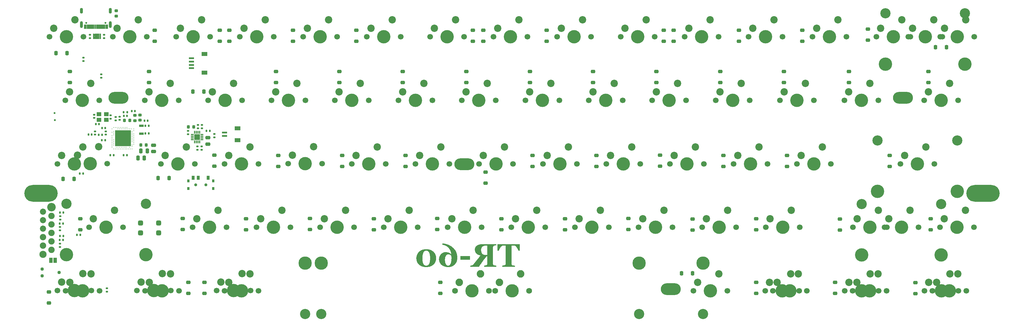
<source format=gbr>
%TF.GenerationSoftware,KiCad,Pcbnew,7.0.1-0*%
%TF.CreationDate,2023-08-05T13:33:11+05:30*%
%TF.ProjectId,Keyboard_60%,4b657962-6f61-4726-945f-3630252e6b69,rev?*%
%TF.SameCoordinates,Original*%
%TF.FileFunction,Soldermask,Bot*%
%TF.FilePolarity,Negative*%
%FSLAX46Y46*%
G04 Gerber Fmt 4.6, Leading zero omitted, Abs format (unit mm)*
G04 Created by KiCad (PCBNEW 7.0.1-0) date 2023-08-05 13:33:11*
%MOMM*%
%LPD*%
G01*
G04 APERTURE LIST*
G04 Aperture macros list*
%AMRoundRect*
0 Rectangle with rounded corners*
0 $1 Rounding radius*
0 $2 $3 $4 $5 $6 $7 $8 $9 X,Y pos of 4 corners*
0 Add a 4 corners polygon primitive as box body*
4,1,4,$2,$3,$4,$5,$6,$7,$8,$9,$2,$3,0*
0 Add four circle primitives for the rounded corners*
1,1,$1+$1,$2,$3*
1,1,$1+$1,$4,$5*
1,1,$1+$1,$6,$7*
1,1,$1+$1,$8,$9*
0 Add four rect primitives between the rounded corners*
20,1,$1+$1,$2,$3,$4,$5,0*
20,1,$1+$1,$4,$5,$6,$7,0*
20,1,$1+$1,$6,$7,$8,$9,0*
20,1,$1+$1,$8,$9,$2,$3,0*%
G04 Aperture macros list end*
%ADD10C,0.300000*%
%ADD11C,0.010000*%
%ADD12C,1.700000*%
%ADD13C,4.000000*%
%ADD14C,2.200000*%
%ADD15C,2.150000*%
%ADD16C,2.550000*%
%ADD17C,1.900000*%
%ADD18C,1.850000*%
%ADD19O,9.999980X5.001260*%
%ADD20C,3.050000*%
%ADD21O,6.000000X3.500000*%
%ADD22C,3.987800*%
%ADD23C,3.048000*%
%ADD24C,1.750000*%
%ADD25C,2.250000*%
%ADD26C,1.016000*%
%ADD27RoundRect,0.140000X-0.170000X0.140000X-0.170000X-0.140000X0.170000X-0.140000X0.170000X0.140000X0*%
%ADD28RoundRect,0.250000X0.400000X-0.250000X0.400000X0.250000X-0.400000X0.250000X-0.400000X-0.250000X0*%
%ADD29RoundRect,0.225000X0.225000X0.250000X-0.225000X0.250000X-0.225000X-0.250000X0.225000X-0.250000X0*%
%ADD30RoundRect,0.250000X-0.400000X0.250000X-0.400000X-0.250000X0.400000X-0.250000X0.400000X0.250000X0*%
%ADD31R,4.850000X4.850000*%
%ADD32C,0.600000*%
%ADD33C,0.250000*%
%ADD34RoundRect,0.140000X0.140000X0.170000X-0.140000X0.170000X-0.140000X-0.170000X0.140000X-0.170000X0*%
%ADD35R,1.800000X1.200000*%
%ADD36R,1.550000X0.600000*%
%ADD37RoundRect,0.135000X0.185000X-0.135000X0.185000X0.135000X-0.185000X0.135000X-0.185000X-0.135000X0*%
%ADD38RoundRect,0.250000X-0.250000X-0.400000X0.250000X-0.400000X0.250000X0.400000X-0.250000X0.400000X0*%
%ADD39RoundRect,0.147500X0.147500X0.172500X-0.147500X0.172500X-0.147500X-0.172500X0.147500X-0.172500X0*%
%ADD40RoundRect,0.250000X0.250000X0.400000X-0.250000X0.400000X-0.250000X-0.400000X0.250000X-0.400000X0*%
%ADD41R,0.800000X0.950000*%
%ADD42C,0.900000*%
%ADD43R,0.900000X1.250000*%
%ADD44RoundRect,0.140000X-0.140000X-0.170000X0.140000X-0.170000X0.140000X0.170000X-0.140000X0.170000X0*%
%ADD45RoundRect,0.135000X-0.135000X-0.185000X0.135000X-0.185000X0.135000X0.185000X-0.135000X0.185000X0*%
%ADD46RoundRect,0.250000X-0.250000X-0.475000X0.250000X-0.475000X0.250000X0.475000X-0.250000X0.475000X0*%
%ADD47RoundRect,0.135000X-0.185000X0.135000X-0.185000X-0.135000X0.185000X-0.135000X0.185000X0.135000X0*%
%ADD48RoundRect,0.140000X0.170000X-0.140000X0.170000X0.140000X-0.170000X0.140000X-0.170000X-0.140000X0*%
%ADD49RoundRect,0.250000X-0.475000X0.250000X-0.475000X-0.250000X0.475000X-0.250000X0.475000X0.250000X0*%
%ADD50RoundRect,0.218750X-0.256250X0.218750X-0.256250X-0.218750X0.256250X-0.218750X0.256250X0.218750X0*%
%ADD51RoundRect,0.218750X0.256250X-0.218750X0.256250X0.218750X-0.256250X0.218750X-0.256250X-0.218750X0*%
%ADD52RoundRect,0.135000X0.135000X0.185000X-0.135000X0.185000X-0.135000X-0.185000X0.135000X-0.185000X0*%
%ADD53RoundRect,0.375000X0.375000X0.375000X-0.375000X0.375000X-0.375000X-0.375000X0.375000X-0.375000X0*%
%ADD54R,1.350000X0.650000*%
%ADD55R,1.000000X1.500000*%
%ADD56R,1.400000X1.200000*%
%ADD57O,0.900000X1.700000*%
%ADD58O,0.900000X2.000000*%
%ADD59RoundRect,0.225000X-0.250000X0.225000X-0.250000X-0.225000X0.250000X-0.225000X0.250000X0.225000X0*%
%ADD60RoundRect,0.218750X0.218750X0.256250X-0.218750X0.256250X-0.218750X-0.256250X0.218750X-0.256250X0*%
%ADD61RoundRect,0.007800X0.422200X0.122200X-0.422200X0.122200X-0.422200X-0.122200X0.422200X-0.122200X0*%
%ADD62RoundRect,0.007800X0.122200X-0.422200X0.122200X0.422200X-0.122200X0.422200X-0.122200X-0.422200X0*%
%ADD63R,1.680000X1.680000*%
%ADD64R,0.500000X0.500000*%
%ADD65RoundRect,0.147500X-0.147500X-0.172500X0.147500X-0.172500X0.147500X0.172500X-0.147500X0.172500X0*%
G04 APERTURE END LIST*
D10*
G36*
X138665331Y-73685485D02*
G01*
X139036336Y-73685485D01*
X139065818Y-73602543D01*
X139098486Y-73518489D01*
X139134340Y-73433323D01*
X139173379Y-73347045D01*
X139215604Y-73259655D01*
X139261014Y-73171153D01*
X139309611Y-73081539D01*
X139343778Y-73021179D01*
X139379361Y-72960324D01*
X139416360Y-72898975D01*
X139454775Y-72837132D01*
X139494606Y-72774795D01*
X139515052Y-72743441D01*
X139556098Y-72682419D01*
X139596743Y-72625017D01*
X139656960Y-72545702D01*
X139716276Y-72474530D01*
X139774689Y-72411504D01*
X139832201Y-72356621D01*
X139888812Y-72309883D01*
X139962890Y-72260235D01*
X140035365Y-72225066D01*
X140106237Y-72204376D01*
X140123705Y-72201466D01*
X140194461Y-72193483D01*
X140272088Y-72185992D01*
X140344096Y-72179961D01*
X140421153Y-72174291D01*
X140503258Y-72168982D01*
X140572281Y-72164549D01*
X140651141Y-72160221D01*
X140725673Y-72156975D01*
X140795878Y-72154812D01*
X140872313Y-72153654D01*
X140893070Y-72153594D01*
X141118750Y-72153594D01*
X141118750Y-77503245D01*
X141115805Y-77576911D01*
X141106969Y-77646813D01*
X141089659Y-77722094D01*
X141064654Y-77792459D01*
X141057201Y-77809282D01*
X141018092Y-77871686D01*
X140964023Y-77927251D01*
X140904440Y-77970261D01*
X140844253Y-78002959D01*
X140811004Y-78017865D01*
X140738891Y-78042178D01*
X140669527Y-78061462D01*
X140600825Y-78078252D01*
X140523588Y-78095282D01*
X140467355Y-78106770D01*
X140395870Y-78120527D01*
X140327807Y-78132949D01*
X140250650Y-78146093D01*
X140178422Y-78157313D01*
X140100385Y-78167971D01*
X140068995Y-78171738D01*
X140068995Y-78500001D01*
X143873077Y-78500001D01*
X143873077Y-78171738D01*
X143796034Y-78164151D01*
X143717225Y-78156286D01*
X143641211Y-78148632D01*
X143571896Y-78141611D01*
X143497155Y-78134006D01*
X143481556Y-78132415D01*
X143406447Y-78123574D01*
X143326786Y-78112194D01*
X143258545Y-78099972D01*
X143185322Y-78082368D01*
X143137906Y-78065737D01*
X143071829Y-78035022D01*
X143005982Y-77994479D01*
X142952243Y-77948863D01*
X142905654Y-77890519D01*
X142888290Y-77858863D01*
X142860614Y-77790902D01*
X142840846Y-77716958D01*
X142830035Y-77647348D01*
X142825278Y-77573156D01*
X142825031Y-77551117D01*
X142825031Y-72153594D01*
X143050711Y-72153594D01*
X143125464Y-72154331D01*
X143194226Y-72156134D01*
X143267316Y-72159019D01*
X143344733Y-72162986D01*
X143426478Y-72168035D01*
X143440523Y-72168982D01*
X143509295Y-72173381D01*
X143587193Y-72178991D01*
X143660042Y-72184962D01*
X143738652Y-72192383D01*
X143810389Y-72200296D01*
X143820076Y-72201466D01*
X143890548Y-72218536D01*
X143962622Y-72250086D01*
X144036300Y-72296114D01*
X144092610Y-72340137D01*
X144149821Y-72392305D01*
X144207934Y-72452617D01*
X144266949Y-72521073D01*
X144326865Y-72597674D01*
X144367310Y-72653266D01*
X144408156Y-72712478D01*
X144428729Y-72743441D01*
X144469268Y-72806025D01*
X144508391Y-72868115D01*
X144546098Y-72929711D01*
X144582389Y-72990813D01*
X144617264Y-73051421D01*
X144650723Y-73111534D01*
X144698258Y-73200777D01*
X144742606Y-73288909D01*
X144783769Y-73375928D01*
X144821747Y-73461835D01*
X144856538Y-73546631D01*
X144888145Y-73630314D01*
X144907445Y-73685485D01*
X145276741Y-73685485D01*
X145276741Y-71715911D01*
X138665331Y-71715911D01*
X138665331Y-73685485D01*
G37*
G36*
X138306294Y-72044174D02*
G01*
X138266724Y-72050677D01*
X138194382Y-72063687D01*
X138121967Y-72077700D01*
X138053125Y-72091664D01*
X137978032Y-72107432D01*
X137901155Y-72124182D01*
X137828246Y-72142374D01*
X137759304Y-72162009D01*
X137683885Y-72186740D01*
X137613866Y-72213434D01*
X137589228Y-72224453D01*
X137522290Y-72258955D01*
X137457413Y-72301941D01*
X137400699Y-72354674D01*
X137359120Y-72418598D01*
X137333500Y-72488592D01*
X137317765Y-72558529D01*
X137308656Y-72635733D01*
X137306120Y-72709247D01*
X137306120Y-77564795D01*
X137306367Y-77587622D01*
X137311123Y-77663520D01*
X137321934Y-77733200D01*
X137341703Y-77805221D01*
X137369378Y-77869121D01*
X137381986Y-77890895D01*
X137426037Y-77945579D01*
X137485262Y-77995347D01*
X137549531Y-78034862D01*
X137613866Y-78065737D01*
X137654458Y-78079481D01*
X137723166Y-78096685D01*
X137796960Y-78110686D01*
X137870371Y-78121906D01*
X137938709Y-78130705D01*
X138007639Y-78138469D01*
X138084736Y-78147124D01*
X138155702Y-78155059D01*
X138230747Y-78163403D01*
X138306294Y-78171738D01*
X138306294Y-78500001D01*
X134666343Y-78500001D01*
X134666343Y-78171738D01*
X134701846Y-78167491D01*
X134778141Y-78156591D01*
X134850685Y-78144425D01*
X134928628Y-78129804D01*
X134999734Y-78115318D01*
X135011814Y-78112755D01*
X135080015Y-78097448D01*
X135150315Y-78079742D01*
X135218436Y-78059706D01*
X135285254Y-78034962D01*
X135318518Y-78019229D01*
X135378825Y-77985690D01*
X135438700Y-77943066D01*
X135493303Y-77889744D01*
X135533161Y-77831508D01*
X135541028Y-77816121D01*
X135567421Y-77750297D01*
X135585694Y-77677635D01*
X135595020Y-77608445D01*
X135598129Y-77534020D01*
X135598129Y-75436218D01*
X135334836Y-75436218D01*
X135252129Y-75535922D01*
X135171132Y-75634143D01*
X135091844Y-75730881D01*
X135014267Y-75826137D01*
X134938399Y-75919910D01*
X134864241Y-76012200D01*
X134791792Y-76103008D01*
X134721053Y-76192333D01*
X134652024Y-76280176D01*
X134584705Y-76366535D01*
X134519095Y-76451413D01*
X134455195Y-76534807D01*
X134393005Y-76616719D01*
X134332524Y-76697149D01*
X134273753Y-76776095D01*
X134216692Y-76853559D01*
X134159590Y-76931718D01*
X134100699Y-77013176D01*
X134040018Y-77097933D01*
X133977547Y-77185989D01*
X133913287Y-77277345D01*
X133847236Y-77371999D01*
X133779396Y-77469953D01*
X133709766Y-77571206D01*
X133638346Y-77675758D01*
X133565136Y-77783610D01*
X133490136Y-77894760D01*
X133451965Y-77951573D01*
X133413346Y-78009210D01*
X133374281Y-78067672D01*
X133334767Y-78126959D01*
X133294806Y-78187070D01*
X133254398Y-78248007D01*
X133213542Y-78309768D01*
X133172239Y-78372354D01*
X133130488Y-78435765D01*
X133088290Y-78500001D01*
X130472449Y-78500001D01*
X130472449Y-78171738D01*
X130508610Y-78168594D01*
X130576731Y-78160981D01*
X130645172Y-78152245D01*
X130715226Y-78142673D01*
X130787162Y-78130962D01*
X130862362Y-78116377D01*
X130930082Y-78100508D01*
X130997327Y-78081124D01*
X131034733Y-78067019D01*
X131099481Y-78034962D01*
X131167235Y-77992220D01*
X131223602Y-77950332D01*
X131281892Y-77901606D01*
X131342105Y-77846040D01*
X131404242Y-77783636D01*
X131452107Y-77732345D01*
X131499246Y-77679592D01*
X131559152Y-77611684D01*
X131615692Y-77546556D01*
X131668867Y-77484205D01*
X131718675Y-77424633D01*
X131765117Y-77367839D01*
X131808194Y-77313823D01*
X131857306Y-77250210D01*
X131916150Y-77177861D01*
X131974714Y-77105713D01*
X132032998Y-77033766D01*
X132091000Y-76962019D01*
X132148723Y-76890472D01*
X132206165Y-76819125D01*
X132263326Y-76747979D01*
X132320207Y-76677033D01*
X132376808Y-76606287D01*
X132433127Y-76535742D01*
X132489167Y-76465397D01*
X132544926Y-76395253D01*
X132600404Y-76325309D01*
X132655602Y-76255565D01*
X132710520Y-76186022D01*
X132765157Y-76116679D01*
X132792193Y-76082082D01*
X132845634Y-76013681D01*
X132898234Y-75946335D01*
X132949993Y-75880044D01*
X133000910Y-75814808D01*
X133050985Y-75750628D01*
X133100219Y-75687502D01*
X133148612Y-75625432D01*
X133196163Y-75564417D01*
X133242872Y-75504458D01*
X133288740Y-75445553D01*
X133333767Y-75387704D01*
X133377952Y-75330910D01*
X133421296Y-75275171D01*
X133463798Y-75220487D01*
X133525973Y-75140440D01*
X133422509Y-75109352D01*
X133322412Y-75076781D01*
X133225680Y-75042727D01*
X133132315Y-75007190D01*
X133042315Y-74970171D01*
X132955681Y-74931670D01*
X132872413Y-74891685D01*
X132792512Y-74850219D01*
X132715976Y-74807269D01*
X132642806Y-74762837D01*
X132573002Y-74716922D01*
X132506564Y-74669525D01*
X132443492Y-74620645D01*
X132383787Y-74570282D01*
X132327447Y-74518437D01*
X132274473Y-74465109D01*
X132224577Y-74409951D01*
X132177901Y-74352616D01*
X132134444Y-74293104D01*
X132094206Y-74231414D01*
X132057187Y-74167547D01*
X132023387Y-74101504D01*
X131992806Y-74033283D01*
X131965444Y-73962884D01*
X131941302Y-73890309D01*
X131920378Y-73815556D01*
X131902673Y-73738626D01*
X131888187Y-73659519D01*
X131876921Y-73578235D01*
X131868873Y-73494774D01*
X131866998Y-73461515D01*
X133748234Y-73461515D01*
X133749757Y-73559849D01*
X133754325Y-73654818D01*
X133761938Y-73746420D01*
X133772597Y-73834657D01*
X133786302Y-73919527D01*
X133803051Y-74001032D01*
X133822846Y-74079171D01*
X133845687Y-74153943D01*
X133871573Y-74225350D01*
X133900504Y-74293391D01*
X133932481Y-74358065D01*
X133967503Y-74419374D01*
X134005571Y-74477317D01*
X134068382Y-74557920D01*
X134138046Y-74630950D01*
X134162612Y-74653565D01*
X134240040Y-74717102D01*
X134323057Y-74774179D01*
X134411664Y-74824793D01*
X134473841Y-74854947D01*
X134538503Y-74882229D01*
X134605648Y-74906639D01*
X134675279Y-74928177D01*
X134747393Y-74946843D01*
X134821992Y-74962638D01*
X134899076Y-74975561D01*
X134978644Y-74985612D01*
X135060696Y-74992792D01*
X135145232Y-74997099D01*
X135232254Y-74998535D01*
X135598129Y-74998535D01*
X135598129Y-72153594D01*
X135218576Y-72153594D01*
X135174762Y-72153902D01*
X135089036Y-72156359D01*
X135005849Y-72161275D01*
X134925199Y-72168648D01*
X134847087Y-72178479D01*
X134771513Y-72190767D01*
X134698477Y-72205513D01*
X134627978Y-72222717D01*
X134560018Y-72242379D01*
X134462835Y-72276479D01*
X134371363Y-72316109D01*
X134285601Y-72361269D01*
X134205549Y-72411959D01*
X134131207Y-72468179D01*
X134062765Y-72530074D01*
X134001056Y-72598430D01*
X133946078Y-72673248D01*
X133897833Y-72754527D01*
X133856319Y-72842268D01*
X133821537Y-72936470D01*
X133802090Y-73002861D01*
X133785634Y-73072124D01*
X133772170Y-73144259D01*
X133761698Y-73219265D01*
X133754218Y-73297143D01*
X133749730Y-73377893D01*
X133748234Y-73461515D01*
X131866998Y-73461515D01*
X131864044Y-73409135D01*
X131862435Y-73321319D01*
X131865040Y-73222043D01*
X131872853Y-73125959D01*
X131885877Y-73033068D01*
X131904109Y-72943369D01*
X131927550Y-72856862D01*
X131956201Y-72773548D01*
X131990061Y-72693425D01*
X132029131Y-72616496D01*
X132073409Y-72542758D01*
X132122897Y-72472213D01*
X132177594Y-72404860D01*
X132237500Y-72340700D01*
X132302616Y-72279731D01*
X132372941Y-72221956D01*
X132448475Y-72167372D01*
X132529218Y-72115981D01*
X132614770Y-72067535D01*
X132705157Y-72022215D01*
X132800379Y-71980020D01*
X132900437Y-71940950D01*
X133005329Y-71905007D01*
X133115057Y-71872188D01*
X133229621Y-71842496D01*
X133349019Y-71815929D01*
X133473253Y-71792487D01*
X133602322Y-71772171D01*
X133736226Y-71754980D01*
X133804991Y-71747557D01*
X133874965Y-71740916D01*
X133946148Y-71735055D01*
X134018540Y-71729976D01*
X134092141Y-71725679D01*
X134166950Y-71722162D01*
X134242968Y-71719427D01*
X134320195Y-71717474D01*
X134398631Y-71716302D01*
X134478276Y-71715911D01*
X138306294Y-71715911D01*
X138306294Y-72044174D01*
G37*
G36*
X127506120Y-76421005D02*
G01*
X130419448Y-76421005D01*
X130419448Y-75326797D01*
X127506120Y-75326797D01*
X127506120Y-76421005D01*
G37*
G36*
X122332593Y-71512802D02*
G01*
X122457476Y-71530295D01*
X122580699Y-71549548D01*
X122702263Y-71570560D01*
X122822168Y-71593332D01*
X122940413Y-71617864D01*
X123056998Y-71644156D01*
X123171923Y-71672207D01*
X123285189Y-71702018D01*
X123396796Y-71733589D01*
X123506742Y-71766920D01*
X123615029Y-71802011D01*
X123721657Y-71838861D01*
X123826625Y-71877471D01*
X123929933Y-71917841D01*
X124031582Y-71959971D01*
X124131571Y-72003860D01*
X124229900Y-72049510D01*
X124326570Y-72096919D01*
X124421580Y-72146088D01*
X124514931Y-72197016D01*
X124606622Y-72249705D01*
X124696653Y-72304153D01*
X124785025Y-72360361D01*
X124871737Y-72418329D01*
X124956790Y-72478057D01*
X125040183Y-72539544D01*
X125121916Y-72602791D01*
X125201990Y-72667798D01*
X125280404Y-72734565D01*
X125357159Y-72803092D01*
X125432254Y-72873378D01*
X125505253Y-72945135D01*
X125575935Y-73018075D01*
X125644300Y-73092196D01*
X125710347Y-73167500D01*
X125774077Y-73243986D01*
X125835489Y-73321653D01*
X125894584Y-73400503D01*
X125951361Y-73480535D01*
X126005821Y-73561749D01*
X126057964Y-73644145D01*
X126107789Y-73727724D01*
X126155296Y-73812484D01*
X126200486Y-73898427D01*
X126243359Y-73985551D01*
X126283914Y-74073858D01*
X126322152Y-74163347D01*
X126358073Y-74254017D01*
X126391676Y-74345870D01*
X126422961Y-74438906D01*
X126451929Y-74533123D01*
X126478580Y-74628522D01*
X126502913Y-74725103D01*
X126524929Y-74822867D01*
X126544627Y-74921812D01*
X126562008Y-75021940D01*
X126577071Y-75123250D01*
X126589817Y-75225741D01*
X126600246Y-75329415D01*
X126608357Y-75434271D01*
X126614150Y-75540310D01*
X126617627Y-75647530D01*
X126618785Y-75755932D01*
X126618049Y-75836946D01*
X126615840Y-75916924D01*
X126612159Y-75995868D01*
X126607004Y-76073776D01*
X126600378Y-76150649D01*
X126592278Y-76226487D01*
X126582706Y-76301290D01*
X126571662Y-76375057D01*
X126559144Y-76447790D01*
X126545155Y-76519487D01*
X126529692Y-76590149D01*
X126512757Y-76659776D01*
X126494349Y-76728367D01*
X126474469Y-76795924D01*
X126453116Y-76862445D01*
X126430291Y-76927931D01*
X126405993Y-76992382D01*
X126380222Y-77055798D01*
X126324263Y-77179524D01*
X126262413Y-77299110D01*
X126194673Y-77414555D01*
X126121042Y-77525859D01*
X126041521Y-77633022D01*
X125956110Y-77736045D01*
X125864808Y-77834927D01*
X125817100Y-77882577D01*
X125718819Y-77973338D01*
X125616717Y-78058048D01*
X125510796Y-78136708D01*
X125401055Y-78209316D01*
X125287493Y-78275875D01*
X125170112Y-78336382D01*
X125048910Y-78390838D01*
X124923888Y-78439244D01*
X124795046Y-78481600D01*
X124729193Y-78500508D01*
X124662384Y-78517904D01*
X124594621Y-78533787D01*
X124525902Y-78548158D01*
X124456229Y-78561015D01*
X124385600Y-78572361D01*
X124314016Y-78582193D01*
X124241478Y-78590513D01*
X124167984Y-78597320D01*
X124093535Y-78602614D01*
X124018131Y-78606396D01*
X123941773Y-78608665D01*
X123864459Y-78609421D01*
X123790290Y-78608762D01*
X123716957Y-78606783D01*
X123644458Y-78603486D01*
X123572795Y-78598869D01*
X123501966Y-78592934D01*
X123431971Y-78585679D01*
X123362812Y-78577106D01*
X123294487Y-78567213D01*
X123160343Y-78543471D01*
X123029537Y-78514453D01*
X122902071Y-78480159D01*
X122777944Y-78440588D01*
X122657157Y-78395742D01*
X122539708Y-78345620D01*
X122425599Y-78290222D01*
X122314829Y-78229547D01*
X122207399Y-78163597D01*
X122103307Y-78092371D01*
X122002555Y-78015868D01*
X121905143Y-77934090D01*
X121812184Y-77848191D01*
X121725223Y-77759754D01*
X121644260Y-77668779D01*
X121569293Y-77575267D01*
X121500324Y-77479216D01*
X121437353Y-77380628D01*
X121380378Y-77279502D01*
X121329401Y-77175838D01*
X121284421Y-77069636D01*
X121245439Y-76960897D01*
X121212454Y-76849619D01*
X121185466Y-76735804D01*
X121164475Y-76619451D01*
X121149482Y-76500560D01*
X121140928Y-76385102D01*
X122917285Y-76385102D01*
X122917540Y-76438046D01*
X122919584Y-76541669D01*
X122923671Y-76642275D01*
X122929802Y-76739861D01*
X122937977Y-76834429D01*
X122948195Y-76925978D01*
X122960457Y-77014508D01*
X122974762Y-77100020D01*
X122991111Y-77182513D01*
X123009504Y-77261987D01*
X123029940Y-77338443D01*
X123052420Y-77411880D01*
X123076943Y-77482298D01*
X123103510Y-77549698D01*
X123132121Y-77614079D01*
X123178869Y-77704990D01*
X123212222Y-77761510D01*
X123264705Y-77839454D01*
X123320133Y-77909192D01*
X123378507Y-77970726D01*
X123439825Y-78024056D01*
X123504089Y-78069181D01*
X123571299Y-78106102D01*
X123641453Y-78134818D01*
X123714553Y-78155329D01*
X123790598Y-78167636D01*
X123869588Y-78171738D01*
X123950897Y-78166509D01*
X124029411Y-78150821D01*
X124105131Y-78124675D01*
X124178055Y-78088070D01*
X124248184Y-78041006D01*
X124315519Y-77983484D01*
X124380058Y-77915504D01*
X124441803Y-77837064D01*
X124481413Y-77778961D01*
X124519781Y-77716210D01*
X124556907Y-77648810D01*
X124592791Y-77576763D01*
X124626744Y-77500340D01*
X124658507Y-77419817D01*
X124688080Y-77335194D01*
X124715462Y-77246470D01*
X124740653Y-77153645D01*
X124763654Y-77056720D01*
X124784464Y-76955694D01*
X124803084Y-76850567D01*
X124819513Y-76741340D01*
X124833752Y-76628013D01*
X124845800Y-76510584D01*
X124855657Y-76389055D01*
X124863324Y-76263426D01*
X124868801Y-76133696D01*
X124872086Y-75999865D01*
X124872908Y-75931412D01*
X124873182Y-75861934D01*
X124873175Y-75854340D01*
X124872641Y-75785418D01*
X124871472Y-75713190D01*
X124869413Y-75662099D01*
X124866248Y-75590612D01*
X124862923Y-75521703D01*
X124862503Y-75510089D01*
X124860093Y-75441436D01*
X124857794Y-75369540D01*
X124857183Y-75358941D01*
X124854375Y-75287474D01*
X124826612Y-75249413D01*
X124771207Y-75178301D01*
X124715963Y-75113866D01*
X124660878Y-75056111D01*
X124605954Y-75005033D01*
X124551190Y-74960634D01*
X124482961Y-74914528D01*
X124414982Y-74878856D01*
X124344632Y-74850289D01*
X124270359Y-74826563D01*
X124192162Y-74807680D01*
X124110041Y-74793638D01*
X124041519Y-74785891D01*
X123970487Y-74781243D01*
X123896943Y-74779693D01*
X123841865Y-74781390D01*
X123761878Y-74790296D01*
X123685047Y-74806835D01*
X123611371Y-74831008D01*
X123540851Y-74862814D01*
X123473487Y-74902254D01*
X123409278Y-74949328D01*
X123348224Y-75004035D01*
X123290327Y-75066375D01*
X123235585Y-75136350D01*
X123183998Y-75213957D01*
X123151701Y-75269422D01*
X123107162Y-75357053D01*
X123067311Y-75450003D01*
X123043349Y-75514925D01*
X123021470Y-75582211D01*
X123001675Y-75651861D01*
X122983963Y-75723875D01*
X122968335Y-75798254D01*
X122954791Y-75874997D01*
X122943331Y-75954104D01*
X122933954Y-76035575D01*
X122926662Y-76119410D01*
X122921452Y-76205610D01*
X122918327Y-76294174D01*
X122917285Y-76385102D01*
X121140928Y-76385102D01*
X121140486Y-76379131D01*
X121137487Y-76255164D01*
X121139725Y-76138357D01*
X121146436Y-76024302D01*
X121157623Y-75912997D01*
X121173284Y-75804445D01*
X121193420Y-75698644D01*
X121218030Y-75595594D01*
X121247115Y-75495296D01*
X121280675Y-75397750D01*
X121318709Y-75302955D01*
X121361218Y-75210912D01*
X121408201Y-75121620D01*
X121459659Y-75035080D01*
X121515591Y-74951291D01*
X121575999Y-74870254D01*
X121640880Y-74791969D01*
X121710237Y-74716435D01*
X121782619Y-74644594D01*
X121857004Y-74577388D01*
X121933393Y-74514817D01*
X122011785Y-74456881D01*
X122092181Y-74403580D01*
X122174581Y-74354913D01*
X122258984Y-74310882D01*
X122345390Y-74271485D01*
X122433800Y-74236723D01*
X122524214Y-74206597D01*
X122616632Y-74181105D01*
X122711052Y-74160248D01*
X122807477Y-74144026D01*
X122905905Y-74132438D01*
X123006336Y-74125486D01*
X123108771Y-74123169D01*
X123167516Y-74123670D01*
X123254730Y-74126299D01*
X123340863Y-74131183D01*
X123425914Y-74138321D01*
X123509883Y-74147712D01*
X123592770Y-74159358D01*
X123674575Y-74173258D01*
X123755298Y-74189411D01*
X123834940Y-74207819D01*
X123913499Y-74228481D01*
X123990976Y-74251396D01*
X124067988Y-74277252D01*
X124145150Y-74307375D01*
X124222462Y-74341767D01*
X124299925Y-74380425D01*
X124377537Y-74423351D01*
X124455300Y-74470545D01*
X124533213Y-74522006D01*
X124611277Y-74577735D01*
X124689491Y-74637732D01*
X124767855Y-74701996D01*
X124820181Y-74747209D01*
X124810945Y-74694162D01*
X124796113Y-74614415D01*
X124780110Y-74534458D01*
X124762934Y-74454291D01*
X124744587Y-74373914D01*
X124725067Y-74293326D01*
X124704375Y-74212527D01*
X124682512Y-74131518D01*
X124659476Y-74050299D01*
X124635268Y-73968870D01*
X124609888Y-73887230D01*
X124591949Y-73833081D01*
X124563489Y-73753159D01*
X124533165Y-73674800D01*
X124500978Y-73598004D01*
X124466928Y-73522770D01*
X124431014Y-73449099D01*
X124393237Y-73376992D01*
X124353596Y-73306446D01*
X124312093Y-73237464D01*
X124268726Y-73170044D01*
X124223496Y-73104188D01*
X124191118Y-73059408D01*
X124140549Y-72993416D01*
X124087575Y-72928836D01*
X124032196Y-72865669D01*
X123974414Y-72803915D01*
X123914227Y-72743573D01*
X123851636Y-72684643D01*
X123786641Y-72627126D01*
X123719241Y-72571022D01*
X123649437Y-72516330D01*
X123577229Y-72463050D01*
X123527548Y-72428469D01*
X123450245Y-72378350D01*
X123369607Y-72330335D01*
X123285633Y-72284423D01*
X123198324Y-72240615D01*
X123107678Y-72198911D01*
X123013696Y-72159311D01*
X122949188Y-72134080D01*
X122883198Y-72109783D01*
X122815725Y-72086422D01*
X122746769Y-72063995D01*
X122676331Y-72042504D01*
X122604410Y-72021947D01*
X122094919Y-71934753D01*
X122206050Y-71497070D01*
X122332593Y-71512802D01*
G37*
G36*
X117406909Y-73248677D02*
G01*
X117496200Y-73251302D01*
X117584183Y-73255676D01*
X117670857Y-73261800D01*
X117756222Y-73269674D01*
X117840278Y-73279298D01*
X117923024Y-73290672D01*
X118004462Y-73303795D01*
X118084591Y-73318668D01*
X118163411Y-73335291D01*
X118240922Y-73353663D01*
X118317124Y-73373786D01*
X118392016Y-73395658D01*
X118465600Y-73419280D01*
X118537875Y-73444652D01*
X118608841Y-73471773D01*
X118643805Y-73485808D01*
X118712580Y-73514739D01*
X118779819Y-73544819D01*
X118845523Y-73576048D01*
X118909690Y-73608425D01*
X118972321Y-73641952D01*
X119033416Y-73676626D01*
X119092975Y-73712450D01*
X119150998Y-73749422D01*
X119235152Y-73807034D01*
X119315850Y-73867231D01*
X119393092Y-73930013D01*
X119466878Y-73995379D01*
X119537208Y-74063329D01*
X119583257Y-74111328D01*
X119649499Y-74184603D01*
X119712346Y-74259410D01*
X119771796Y-74335751D01*
X119827850Y-74413624D01*
X119880509Y-74493030D01*
X119929771Y-74573968D01*
X119975638Y-74656440D01*
X120018108Y-74740444D01*
X120057182Y-74825981D01*
X120092861Y-74913050D01*
X120114599Y-74971921D01*
X120144577Y-75061405D01*
X120171400Y-75152301D01*
X120195067Y-75244610D01*
X120215578Y-75338331D01*
X120232934Y-75433465D01*
X120247134Y-75530011D01*
X120258179Y-75627970D01*
X120266068Y-75727341D01*
X120270801Y-75828125D01*
X120272379Y-75930322D01*
X120271638Y-75999291D01*
X120267746Y-76101717D01*
X120260518Y-76202912D01*
X120249954Y-76302874D01*
X120236055Y-76401604D01*
X120218819Y-76499102D01*
X120198248Y-76595368D01*
X120174340Y-76690402D01*
X120147097Y-76784203D01*
X120116518Y-76876772D01*
X120082602Y-76968109D01*
X120058192Y-77027889D01*
X120018998Y-77115730D01*
X119976708Y-77201377D01*
X119931322Y-77284830D01*
X119882841Y-77366089D01*
X119831265Y-77445154D01*
X119776593Y-77522025D01*
X119718825Y-77596703D01*
X119657962Y-77669187D01*
X119594004Y-77739476D01*
X119526950Y-77807572D01*
X119503687Y-77829982D01*
X119431714Y-77895568D01*
X119356466Y-77958690D01*
X119277942Y-78019348D01*
X119196141Y-78077541D01*
X119111065Y-78133270D01*
X119052528Y-78169053D01*
X118992535Y-78203742D01*
X118931086Y-78237334D01*
X118868181Y-78269832D01*
X118803820Y-78301235D01*
X118738004Y-78331542D01*
X118670731Y-78360753D01*
X118602002Y-78388870D01*
X118531878Y-78415577D01*
X118460418Y-78440562D01*
X118387622Y-78463823D01*
X118313490Y-78485361D01*
X118238023Y-78505176D01*
X118161220Y-78523268D01*
X118083082Y-78539637D01*
X118003607Y-78554283D01*
X117922797Y-78567206D01*
X117840652Y-78578406D01*
X117757170Y-78587883D01*
X117672353Y-78595637D01*
X117586200Y-78601668D01*
X117498712Y-78605975D01*
X117409887Y-78608560D01*
X117319727Y-78609421D01*
X117234436Y-78608693D01*
X117150387Y-78606509D01*
X117067580Y-78602870D01*
X116986015Y-78597774D01*
X116905693Y-78591222D01*
X116826612Y-78583215D01*
X116748774Y-78573751D01*
X116672178Y-78562832D01*
X116596825Y-78550457D01*
X116522713Y-78536625D01*
X116449844Y-78521338D01*
X116378217Y-78504595D01*
X116307832Y-78486396D01*
X116238689Y-78466741D01*
X116170789Y-78445631D01*
X116104131Y-78423064D01*
X116038394Y-78398894D01*
X115973686Y-78373403D01*
X115910006Y-78346588D01*
X115847355Y-78318452D01*
X115755307Y-78273767D01*
X115665573Y-78226108D01*
X115578153Y-78175473D01*
X115493047Y-78121863D01*
X115410255Y-78065278D01*
X115329777Y-78005717D01*
X115251613Y-77943181D01*
X115175764Y-77877670D01*
X115128947Y-77834333D01*
X115061077Y-77767099D01*
X114996031Y-77697190D01*
X114933811Y-77624606D01*
X114874416Y-77549347D01*
X114817845Y-77471414D01*
X114764100Y-77390806D01*
X114713180Y-77307523D01*
X114665084Y-77221566D01*
X114619814Y-77132933D01*
X114577369Y-77041626D01*
X114538259Y-76947610D01*
X114502997Y-76851489D01*
X114481625Y-76786240D01*
X114461964Y-76720056D01*
X114444012Y-76652937D01*
X114427770Y-76584883D01*
X114413237Y-76515894D01*
X114400415Y-76445970D01*
X114389302Y-76375111D01*
X114379898Y-76303317D01*
X114372205Y-76230588D01*
X114366221Y-76156924D01*
X114361946Y-76082325D01*
X114359382Y-76006791D01*
X114358527Y-75930322D01*
X114358545Y-75928612D01*
X116170809Y-75928612D01*
X116171043Y-75996359D01*
X116172270Y-76095575D01*
X116174549Y-76191906D01*
X116177880Y-76285351D01*
X116182263Y-76375912D01*
X116187697Y-76463588D01*
X116194184Y-76548378D01*
X116201722Y-76630283D01*
X116210312Y-76709304D01*
X116219955Y-76785439D01*
X116230648Y-76858689D01*
X116242575Y-76929559D01*
X116255913Y-76999198D01*
X116270664Y-77067604D01*
X116286828Y-77134778D01*
X116310577Y-77222427D01*
X116336837Y-77307886D01*
X116365608Y-77391153D01*
X116396890Y-77472230D01*
X116430683Y-77551117D01*
X116464664Y-77621054D01*
X116501636Y-77687252D01*
X116541600Y-77749709D01*
X116584556Y-77808427D01*
X116630505Y-77863404D01*
X116679445Y-77914642D01*
X116731377Y-77962140D01*
X116786301Y-78005897D01*
X116844003Y-78044766D01*
X116904270Y-78078453D01*
X116967102Y-78106957D01*
X117032498Y-78130278D01*
X117100458Y-78148417D01*
X117170983Y-78161373D01*
X117244073Y-78169147D01*
X117319727Y-78171738D01*
X117401018Y-78168853D01*
X117479050Y-78160198D01*
X117553823Y-78145772D01*
X117625336Y-78125576D01*
X117693591Y-78099610D01*
X117758586Y-78067874D01*
X117820322Y-78030367D01*
X117878799Y-77987091D01*
X117933563Y-77938711D01*
X117985014Y-77886753D01*
X118033153Y-77831214D01*
X118077979Y-77772096D01*
X118119493Y-77709398D01*
X118157694Y-77643120D01*
X118192583Y-77573263D01*
X118224159Y-77499826D01*
X118256616Y-77416051D01*
X118286456Y-77331421D01*
X118313677Y-77245936D01*
X118338281Y-77159596D01*
X118360267Y-77072401D01*
X118379634Y-76984352D01*
X118396384Y-76895447D01*
X118410516Y-76805688D01*
X118416520Y-76759786D01*
X118424800Y-76688705D01*
X118432208Y-76614949D01*
X118438744Y-76538519D01*
X118444409Y-76459414D01*
X118449203Y-76377633D01*
X118453125Y-76293179D01*
X118456175Y-76206049D01*
X118458354Y-76116245D01*
X118459661Y-76023766D01*
X118460097Y-75928612D01*
X118459870Y-75867590D01*
X118458678Y-75777235D01*
X118456464Y-75688292D01*
X118453228Y-75600762D01*
X118448971Y-75514644D01*
X118443691Y-75429939D01*
X118437390Y-75346646D01*
X118430067Y-75264766D01*
X118421722Y-75184298D01*
X118412356Y-75105243D01*
X118401967Y-75027600D01*
X118390482Y-74951790D01*
X118377825Y-74878235D01*
X118363995Y-74806933D01*
X118348993Y-74737886D01*
X118327168Y-74649329D01*
X118303259Y-74564779D01*
X118277266Y-74484236D01*
X118249190Y-74407700D01*
X118219030Y-74335171D01*
X118183126Y-74259597D01*
X118144658Y-74188458D01*
X118103625Y-74121753D01*
X118060027Y-74059482D01*
X118013866Y-74001646D01*
X117965139Y-73948245D01*
X117913848Y-73899278D01*
X117859993Y-73854746D01*
X117802798Y-73815075D01*
X117742344Y-73780694D01*
X117678631Y-73751603D01*
X117611659Y-73727801D01*
X117541427Y-73709288D01*
X117467937Y-73696064D01*
X117391187Y-73688130D01*
X117311179Y-73685485D01*
X117231998Y-73688184D01*
X117156024Y-73696278D01*
X117083254Y-73709769D01*
X117013691Y-73728655D01*
X116947333Y-73752939D01*
X116884181Y-73782618D01*
X116824235Y-73817693D01*
X116767494Y-73858165D01*
X116713318Y-73903152D01*
X116661920Y-73952626D01*
X116613301Y-74006589D01*
X116567459Y-74065039D01*
X116524396Y-74127977D01*
X116484112Y-74195404D01*
X116446605Y-74267318D01*
X116411877Y-74343720D01*
X116403829Y-74362934D01*
X116373108Y-74441527D01*
X116344738Y-74522898D01*
X116318718Y-74607047D01*
X116295049Y-74693975D01*
X116278841Y-74760994D01*
X116263954Y-74829575D01*
X116250390Y-74899720D01*
X116238148Y-74971427D01*
X116227229Y-75044697D01*
X116220397Y-75094231D01*
X116210975Y-75169961D01*
X116202545Y-75247403D01*
X116195107Y-75326559D01*
X116188661Y-75407427D01*
X116183206Y-75490009D01*
X116178743Y-75574303D01*
X116175272Y-75660311D01*
X116172793Y-75748031D01*
X116171305Y-75837465D01*
X116170809Y-75928612D01*
X114358545Y-75928612D01*
X114359215Y-75866128D01*
X114362826Y-75770338D01*
X114369533Y-75675149D01*
X114379336Y-75580561D01*
X114392234Y-75486574D01*
X114408227Y-75393189D01*
X114427316Y-75300404D01*
X114449500Y-75208220D01*
X114474780Y-75116638D01*
X114503155Y-75025656D01*
X114534626Y-74935276D01*
X114557173Y-74875430D01*
X114593798Y-74787239D01*
X114633789Y-74700940D01*
X114677146Y-74616536D01*
X114723869Y-74534024D01*
X114773957Y-74453406D01*
X114827412Y-74374682D01*
X114884233Y-74297850D01*
X114944420Y-74222912D01*
X115007973Y-74149868D01*
X115074891Y-74078716D01*
X115120773Y-74032895D01*
X115192550Y-73966242D01*
X115267874Y-73902083D01*
X115346744Y-73840419D01*
X115429160Y-73781249D01*
X115486074Y-73743188D01*
X115544565Y-73706236D01*
X115604631Y-73670392D01*
X115666274Y-73635657D01*
X115729493Y-73602031D01*
X115794288Y-73569513D01*
X115860659Y-73538104D01*
X115928606Y-73507804D01*
X115998129Y-73478612D01*
X116069195Y-73450662D01*
X116141771Y-73424516D01*
X116215856Y-73400173D01*
X116291450Y-73377633D01*
X116368553Y-73356896D01*
X116447166Y-73337962D01*
X116527288Y-73320832D01*
X116608920Y-73305505D01*
X116692060Y-73291981D01*
X116776711Y-73280260D01*
X116862870Y-73270342D01*
X116950539Y-73262228D01*
X117039717Y-73255917D01*
X117130405Y-73251409D01*
X117222602Y-73248704D01*
X117316308Y-73247802D01*
X117406909Y-73248677D01*
G37*
%TO.C,U4*%
D11*
X17813000Y-9533500D02*
X17815000Y-9533500D01*
X17818000Y-9534500D01*
X17820000Y-9534500D01*
X17823000Y-9535500D01*
X17825000Y-9536500D01*
X17828000Y-9537500D01*
X17830000Y-9539500D01*
X17832000Y-9540500D01*
X17834000Y-9542500D01*
X17836000Y-9543500D01*
X17838000Y-9545500D01*
X17840000Y-9547500D01*
X17842000Y-9549500D01*
X17844000Y-9551500D01*
X17845000Y-9553500D01*
X17847000Y-9555500D01*
X17848000Y-9557500D01*
X17850000Y-9559500D01*
X17851000Y-9562500D01*
X17852000Y-9564500D01*
X17853000Y-9567500D01*
X17853000Y-9569500D01*
X17854000Y-9572500D01*
X17854000Y-9574500D01*
X17855000Y-9577500D01*
X17855000Y-9579500D01*
X17855000Y-9582500D01*
X17855000Y-10187500D01*
X17855000Y-10190500D01*
X17855000Y-10192500D01*
X17854000Y-10195500D01*
X17854000Y-10197500D01*
X17853000Y-10200500D01*
X17853000Y-10202500D01*
X17852000Y-10205500D01*
X17851000Y-10207500D01*
X17850000Y-10210500D01*
X17848000Y-10212500D01*
X17847000Y-10214500D01*
X17845000Y-10216500D01*
X17844000Y-10218500D01*
X17842000Y-10220500D01*
X17840000Y-10222500D01*
X17838000Y-10224500D01*
X17836000Y-10226500D01*
X17834000Y-10227500D01*
X17832000Y-10229500D01*
X17830000Y-10230500D01*
X17828000Y-10232500D01*
X17825000Y-10233500D01*
X17823000Y-10234500D01*
X17820000Y-10235500D01*
X17818000Y-10235500D01*
X17815000Y-10236500D01*
X17813000Y-10236500D01*
X17810000Y-10237500D01*
X17808000Y-10237500D01*
X17805000Y-10237500D01*
X17565000Y-10237500D01*
X17562000Y-10237500D01*
X17560000Y-10237500D01*
X17557000Y-10236500D01*
X17555000Y-10236500D01*
X17552000Y-10235500D01*
X17550000Y-10235500D01*
X17547000Y-10234500D01*
X17545000Y-10233500D01*
X17542000Y-10232500D01*
X17540000Y-10230500D01*
X17538000Y-10229500D01*
X17536000Y-10227500D01*
X17534000Y-10226500D01*
X17532000Y-10224500D01*
X17530000Y-10222500D01*
X17528000Y-10220500D01*
X17526000Y-10218500D01*
X17525000Y-10216500D01*
X17523000Y-10214500D01*
X17522000Y-10212500D01*
X17520000Y-10210500D01*
X17519000Y-10207500D01*
X17518000Y-10205500D01*
X17517000Y-10202500D01*
X17517000Y-10200500D01*
X17516000Y-10197500D01*
X17516000Y-10195500D01*
X17515000Y-10192500D01*
X17515000Y-10190500D01*
X17515000Y-10187500D01*
X17515000Y-9582500D01*
X17515000Y-9579500D01*
X17515000Y-9577500D01*
X17516000Y-9574500D01*
X17516000Y-9572500D01*
X17517000Y-9569500D01*
X17517000Y-9567500D01*
X17518000Y-9564500D01*
X17519000Y-9562500D01*
X17520000Y-9559500D01*
X17522000Y-9557500D01*
X17523000Y-9555500D01*
X17525000Y-9553500D01*
X17526000Y-9551500D01*
X17528000Y-9549500D01*
X17530000Y-9547500D01*
X17532000Y-9545500D01*
X17534000Y-9543500D01*
X17536000Y-9542500D01*
X17538000Y-9540500D01*
X17540000Y-9539500D01*
X17542000Y-9537500D01*
X17545000Y-9536500D01*
X17547000Y-9535500D01*
X17550000Y-9534500D01*
X17552000Y-9534500D01*
X17555000Y-9533500D01*
X17557000Y-9533500D01*
X17560000Y-9532500D01*
X17562000Y-9532500D01*
X17565000Y-9532500D01*
X17805000Y-9532500D01*
X17808000Y-9532500D01*
X17810000Y-9532500D01*
X17813000Y-9533500D01*
G36*
X17813000Y-9533500D02*
G01*
X17815000Y-9533500D01*
X17818000Y-9534500D01*
X17820000Y-9534500D01*
X17823000Y-9535500D01*
X17825000Y-9536500D01*
X17828000Y-9537500D01*
X17830000Y-9539500D01*
X17832000Y-9540500D01*
X17834000Y-9542500D01*
X17836000Y-9543500D01*
X17838000Y-9545500D01*
X17840000Y-9547500D01*
X17842000Y-9549500D01*
X17844000Y-9551500D01*
X17845000Y-9553500D01*
X17847000Y-9555500D01*
X17848000Y-9557500D01*
X17850000Y-9559500D01*
X17851000Y-9562500D01*
X17852000Y-9564500D01*
X17853000Y-9567500D01*
X17853000Y-9569500D01*
X17854000Y-9572500D01*
X17854000Y-9574500D01*
X17855000Y-9577500D01*
X17855000Y-9579500D01*
X17855000Y-9582500D01*
X17855000Y-10187500D01*
X17855000Y-10190500D01*
X17855000Y-10192500D01*
X17854000Y-10195500D01*
X17854000Y-10197500D01*
X17853000Y-10200500D01*
X17853000Y-10202500D01*
X17852000Y-10205500D01*
X17851000Y-10207500D01*
X17850000Y-10210500D01*
X17848000Y-10212500D01*
X17847000Y-10214500D01*
X17845000Y-10216500D01*
X17844000Y-10218500D01*
X17842000Y-10220500D01*
X17840000Y-10222500D01*
X17838000Y-10224500D01*
X17836000Y-10226500D01*
X17834000Y-10227500D01*
X17832000Y-10229500D01*
X17830000Y-10230500D01*
X17828000Y-10232500D01*
X17825000Y-10233500D01*
X17823000Y-10234500D01*
X17820000Y-10235500D01*
X17818000Y-10235500D01*
X17815000Y-10236500D01*
X17813000Y-10236500D01*
X17810000Y-10237500D01*
X17808000Y-10237500D01*
X17805000Y-10237500D01*
X17565000Y-10237500D01*
X17562000Y-10237500D01*
X17560000Y-10237500D01*
X17557000Y-10236500D01*
X17555000Y-10236500D01*
X17552000Y-10235500D01*
X17550000Y-10235500D01*
X17547000Y-10234500D01*
X17545000Y-10233500D01*
X17542000Y-10232500D01*
X17540000Y-10230500D01*
X17538000Y-10229500D01*
X17536000Y-10227500D01*
X17534000Y-10226500D01*
X17532000Y-10224500D01*
X17530000Y-10222500D01*
X17528000Y-10220500D01*
X17526000Y-10218500D01*
X17525000Y-10216500D01*
X17523000Y-10214500D01*
X17522000Y-10212500D01*
X17520000Y-10210500D01*
X17519000Y-10207500D01*
X17518000Y-10205500D01*
X17517000Y-10202500D01*
X17517000Y-10200500D01*
X17516000Y-10197500D01*
X17516000Y-10195500D01*
X17515000Y-10192500D01*
X17515000Y-10190500D01*
X17515000Y-10187500D01*
X17515000Y-9582500D01*
X17515000Y-9579500D01*
X17515000Y-9577500D01*
X17516000Y-9574500D01*
X17516000Y-9572500D01*
X17517000Y-9569500D01*
X17517000Y-9567500D01*
X17518000Y-9564500D01*
X17519000Y-9562500D01*
X17520000Y-9559500D01*
X17522000Y-9557500D01*
X17523000Y-9555500D01*
X17525000Y-9553500D01*
X17526000Y-9551500D01*
X17528000Y-9549500D01*
X17530000Y-9547500D01*
X17532000Y-9545500D01*
X17534000Y-9543500D01*
X17536000Y-9542500D01*
X17538000Y-9540500D01*
X17540000Y-9539500D01*
X17542000Y-9537500D01*
X17545000Y-9536500D01*
X17547000Y-9535500D01*
X17550000Y-9534500D01*
X17552000Y-9534500D01*
X17555000Y-9533500D01*
X17557000Y-9533500D01*
X17560000Y-9532500D01*
X17562000Y-9532500D01*
X17565000Y-9532500D01*
X17805000Y-9532500D01*
X17808000Y-9532500D01*
X17810000Y-9532500D01*
X17813000Y-9533500D01*
G37*
X18913000Y-9533500D02*
X18915000Y-9533500D01*
X18918000Y-9534500D01*
X18920000Y-9534500D01*
X18923000Y-9535500D01*
X18925000Y-9536500D01*
X18928000Y-9537500D01*
X18930000Y-9539500D01*
X18932000Y-9540500D01*
X18934000Y-9542500D01*
X18936000Y-9543500D01*
X18938000Y-9545500D01*
X18940000Y-9547500D01*
X18942000Y-9549500D01*
X18944000Y-9551500D01*
X18945000Y-9553500D01*
X18947000Y-9555500D01*
X18948000Y-9557500D01*
X18950000Y-9559500D01*
X18951000Y-9562500D01*
X18952000Y-9564500D01*
X18953000Y-9567500D01*
X18953000Y-9569500D01*
X18954000Y-9572500D01*
X18954000Y-9574500D01*
X18955000Y-9577500D01*
X18955000Y-9579500D01*
X18955000Y-9582500D01*
X18955000Y-10187500D01*
X18955000Y-10190500D01*
X18955000Y-10192500D01*
X18954000Y-10195500D01*
X18954000Y-10197500D01*
X18953000Y-10200500D01*
X18953000Y-10202500D01*
X18952000Y-10205500D01*
X18951000Y-10207500D01*
X18950000Y-10210500D01*
X18948000Y-10212500D01*
X18947000Y-10214500D01*
X18945000Y-10216500D01*
X18944000Y-10218500D01*
X18942000Y-10220500D01*
X18940000Y-10222500D01*
X18938000Y-10224500D01*
X18936000Y-10226500D01*
X18934000Y-10227500D01*
X18932000Y-10229500D01*
X18930000Y-10230500D01*
X18928000Y-10232500D01*
X18925000Y-10233500D01*
X18923000Y-10234500D01*
X18920000Y-10235500D01*
X18918000Y-10235500D01*
X18915000Y-10236500D01*
X18913000Y-10236500D01*
X18910000Y-10237500D01*
X18908000Y-10237500D01*
X18905000Y-10237500D01*
X18465000Y-10237500D01*
X18462000Y-10237500D01*
X18460000Y-10237500D01*
X18457000Y-10236500D01*
X18455000Y-10236500D01*
X18452000Y-10235500D01*
X18450000Y-10235500D01*
X18447000Y-10234500D01*
X18445000Y-10233500D01*
X18442000Y-10232500D01*
X18440000Y-10230500D01*
X18438000Y-10229500D01*
X18436000Y-10227500D01*
X18434000Y-10226500D01*
X18432000Y-10224500D01*
X18430000Y-10222500D01*
X18428000Y-10220500D01*
X18426000Y-10218500D01*
X18425000Y-10216500D01*
X18423000Y-10214500D01*
X18422000Y-10212500D01*
X18420000Y-10210500D01*
X18419000Y-10207500D01*
X18418000Y-10205500D01*
X18417000Y-10202500D01*
X18417000Y-10200500D01*
X18416000Y-10197500D01*
X18416000Y-10195500D01*
X18415000Y-10192500D01*
X18415000Y-10190500D01*
X18415000Y-10187500D01*
X18415000Y-9582500D01*
X18415000Y-9579500D01*
X18415000Y-9577500D01*
X18416000Y-9574500D01*
X18416000Y-9572500D01*
X18417000Y-9569500D01*
X18417000Y-9567500D01*
X18418000Y-9564500D01*
X18419000Y-9562500D01*
X18420000Y-9559500D01*
X18422000Y-9557500D01*
X18423000Y-9555500D01*
X18425000Y-9553500D01*
X18426000Y-9551500D01*
X18428000Y-9549500D01*
X18430000Y-9547500D01*
X18432000Y-9545500D01*
X18434000Y-9543500D01*
X18436000Y-9542500D01*
X18438000Y-9540500D01*
X18440000Y-9539500D01*
X18442000Y-9537500D01*
X18445000Y-9536500D01*
X18447000Y-9535500D01*
X18450000Y-9534500D01*
X18452000Y-9534500D01*
X18455000Y-9533500D01*
X18457000Y-9533500D01*
X18460000Y-9532500D01*
X18462000Y-9532500D01*
X18465000Y-9532500D01*
X18905000Y-9532500D01*
X18908000Y-9532500D01*
X18910000Y-9532500D01*
X18913000Y-9533500D01*
G36*
X18913000Y-9533500D02*
G01*
X18915000Y-9533500D01*
X18918000Y-9534500D01*
X18920000Y-9534500D01*
X18923000Y-9535500D01*
X18925000Y-9536500D01*
X18928000Y-9537500D01*
X18930000Y-9539500D01*
X18932000Y-9540500D01*
X18934000Y-9542500D01*
X18936000Y-9543500D01*
X18938000Y-9545500D01*
X18940000Y-9547500D01*
X18942000Y-9549500D01*
X18944000Y-9551500D01*
X18945000Y-9553500D01*
X18947000Y-9555500D01*
X18948000Y-9557500D01*
X18950000Y-9559500D01*
X18951000Y-9562500D01*
X18952000Y-9564500D01*
X18953000Y-9567500D01*
X18953000Y-9569500D01*
X18954000Y-9572500D01*
X18954000Y-9574500D01*
X18955000Y-9577500D01*
X18955000Y-9579500D01*
X18955000Y-9582500D01*
X18955000Y-10187500D01*
X18955000Y-10190500D01*
X18955000Y-10192500D01*
X18954000Y-10195500D01*
X18954000Y-10197500D01*
X18953000Y-10200500D01*
X18953000Y-10202500D01*
X18952000Y-10205500D01*
X18951000Y-10207500D01*
X18950000Y-10210500D01*
X18948000Y-10212500D01*
X18947000Y-10214500D01*
X18945000Y-10216500D01*
X18944000Y-10218500D01*
X18942000Y-10220500D01*
X18940000Y-10222500D01*
X18938000Y-10224500D01*
X18936000Y-10226500D01*
X18934000Y-10227500D01*
X18932000Y-10229500D01*
X18930000Y-10230500D01*
X18928000Y-10232500D01*
X18925000Y-10233500D01*
X18923000Y-10234500D01*
X18920000Y-10235500D01*
X18918000Y-10235500D01*
X18915000Y-10236500D01*
X18913000Y-10236500D01*
X18910000Y-10237500D01*
X18908000Y-10237500D01*
X18905000Y-10237500D01*
X18465000Y-10237500D01*
X18462000Y-10237500D01*
X18460000Y-10237500D01*
X18457000Y-10236500D01*
X18455000Y-10236500D01*
X18452000Y-10235500D01*
X18450000Y-10235500D01*
X18447000Y-10234500D01*
X18445000Y-10233500D01*
X18442000Y-10232500D01*
X18440000Y-10230500D01*
X18438000Y-10229500D01*
X18436000Y-10227500D01*
X18434000Y-10226500D01*
X18432000Y-10224500D01*
X18430000Y-10222500D01*
X18428000Y-10220500D01*
X18426000Y-10218500D01*
X18425000Y-10216500D01*
X18423000Y-10214500D01*
X18422000Y-10212500D01*
X18420000Y-10210500D01*
X18419000Y-10207500D01*
X18418000Y-10205500D01*
X18417000Y-10202500D01*
X18417000Y-10200500D01*
X18416000Y-10197500D01*
X18416000Y-10195500D01*
X18415000Y-10192500D01*
X18415000Y-10190500D01*
X18415000Y-10187500D01*
X18415000Y-9582500D01*
X18415000Y-9579500D01*
X18415000Y-9577500D01*
X18416000Y-9574500D01*
X18416000Y-9572500D01*
X18417000Y-9569500D01*
X18417000Y-9567500D01*
X18418000Y-9564500D01*
X18419000Y-9562500D01*
X18420000Y-9559500D01*
X18422000Y-9557500D01*
X18423000Y-9555500D01*
X18425000Y-9553500D01*
X18426000Y-9551500D01*
X18428000Y-9549500D01*
X18430000Y-9547500D01*
X18432000Y-9545500D01*
X18434000Y-9543500D01*
X18436000Y-9542500D01*
X18438000Y-9540500D01*
X18440000Y-9539500D01*
X18442000Y-9537500D01*
X18445000Y-9536500D01*
X18447000Y-9535500D01*
X18450000Y-9534500D01*
X18452000Y-9534500D01*
X18455000Y-9533500D01*
X18457000Y-9533500D01*
X18460000Y-9532500D01*
X18462000Y-9532500D01*
X18465000Y-9532500D01*
X18905000Y-9532500D01*
X18908000Y-9532500D01*
X18910000Y-9532500D01*
X18913000Y-9533500D01*
G37*
X19813000Y-9533500D02*
X19815000Y-9533500D01*
X19818000Y-9534500D01*
X19820000Y-9534500D01*
X19823000Y-9535500D01*
X19825000Y-9536500D01*
X19828000Y-9537500D01*
X19830000Y-9539500D01*
X19832000Y-9540500D01*
X19834000Y-9542500D01*
X19836000Y-9543500D01*
X19838000Y-9545500D01*
X19840000Y-9547500D01*
X19842000Y-9549500D01*
X19844000Y-9551500D01*
X19845000Y-9553500D01*
X19847000Y-9555500D01*
X19848000Y-9557500D01*
X19850000Y-9559500D01*
X19851000Y-9562500D01*
X19852000Y-9564500D01*
X19853000Y-9567500D01*
X19853000Y-9569500D01*
X19854000Y-9572500D01*
X19854000Y-9574500D01*
X19855000Y-9577500D01*
X19855000Y-9579500D01*
X19855000Y-9582500D01*
X19855000Y-10187500D01*
X19855000Y-10190500D01*
X19855000Y-10192500D01*
X19854000Y-10195500D01*
X19854000Y-10197500D01*
X19853000Y-10200500D01*
X19853000Y-10202500D01*
X19852000Y-10205500D01*
X19851000Y-10207500D01*
X19850000Y-10210500D01*
X19848000Y-10212500D01*
X19847000Y-10214500D01*
X19845000Y-10216500D01*
X19844000Y-10218500D01*
X19842000Y-10220500D01*
X19840000Y-10222500D01*
X19838000Y-10224500D01*
X19836000Y-10226500D01*
X19834000Y-10227500D01*
X19832000Y-10229500D01*
X19830000Y-10230500D01*
X19828000Y-10232500D01*
X19825000Y-10233500D01*
X19823000Y-10234500D01*
X19820000Y-10235500D01*
X19818000Y-10235500D01*
X19815000Y-10236500D01*
X19813000Y-10236500D01*
X19810000Y-10237500D01*
X19808000Y-10237500D01*
X19805000Y-10237500D01*
X19565000Y-10237500D01*
X19562000Y-10237500D01*
X19560000Y-10237500D01*
X19557000Y-10236500D01*
X19555000Y-10236500D01*
X19552000Y-10235500D01*
X19550000Y-10235500D01*
X19547000Y-10234500D01*
X19545000Y-10233500D01*
X19542000Y-10232500D01*
X19540000Y-10230500D01*
X19538000Y-10229500D01*
X19536000Y-10227500D01*
X19534000Y-10226500D01*
X19532000Y-10224500D01*
X19530000Y-10222500D01*
X19528000Y-10220500D01*
X19526000Y-10218500D01*
X19525000Y-10216500D01*
X19523000Y-10214500D01*
X19522000Y-10212500D01*
X19520000Y-10210500D01*
X19519000Y-10207500D01*
X19518000Y-10205500D01*
X19517000Y-10202500D01*
X19517000Y-10200500D01*
X19516000Y-10197500D01*
X19516000Y-10195500D01*
X19515000Y-10192500D01*
X19515000Y-10190500D01*
X19515000Y-10187500D01*
X19515000Y-9582500D01*
X19515000Y-9579500D01*
X19515000Y-9577500D01*
X19516000Y-9574500D01*
X19516000Y-9572500D01*
X19517000Y-9569500D01*
X19517000Y-9567500D01*
X19518000Y-9564500D01*
X19519000Y-9562500D01*
X19520000Y-9559500D01*
X19522000Y-9557500D01*
X19523000Y-9555500D01*
X19525000Y-9553500D01*
X19526000Y-9551500D01*
X19528000Y-9549500D01*
X19530000Y-9547500D01*
X19532000Y-9545500D01*
X19534000Y-9543500D01*
X19536000Y-9542500D01*
X19538000Y-9540500D01*
X19540000Y-9539500D01*
X19542000Y-9537500D01*
X19545000Y-9536500D01*
X19547000Y-9535500D01*
X19550000Y-9534500D01*
X19552000Y-9534500D01*
X19555000Y-9533500D01*
X19557000Y-9533500D01*
X19560000Y-9532500D01*
X19562000Y-9532500D01*
X19565000Y-9532500D01*
X19805000Y-9532500D01*
X19808000Y-9532500D01*
X19810000Y-9532500D01*
X19813000Y-9533500D01*
G36*
X19813000Y-9533500D02*
G01*
X19815000Y-9533500D01*
X19818000Y-9534500D01*
X19820000Y-9534500D01*
X19823000Y-9535500D01*
X19825000Y-9536500D01*
X19828000Y-9537500D01*
X19830000Y-9539500D01*
X19832000Y-9540500D01*
X19834000Y-9542500D01*
X19836000Y-9543500D01*
X19838000Y-9545500D01*
X19840000Y-9547500D01*
X19842000Y-9549500D01*
X19844000Y-9551500D01*
X19845000Y-9553500D01*
X19847000Y-9555500D01*
X19848000Y-9557500D01*
X19850000Y-9559500D01*
X19851000Y-9562500D01*
X19852000Y-9564500D01*
X19853000Y-9567500D01*
X19853000Y-9569500D01*
X19854000Y-9572500D01*
X19854000Y-9574500D01*
X19855000Y-9577500D01*
X19855000Y-9579500D01*
X19855000Y-9582500D01*
X19855000Y-10187500D01*
X19855000Y-10190500D01*
X19855000Y-10192500D01*
X19854000Y-10195500D01*
X19854000Y-10197500D01*
X19853000Y-10200500D01*
X19853000Y-10202500D01*
X19852000Y-10205500D01*
X19851000Y-10207500D01*
X19850000Y-10210500D01*
X19848000Y-10212500D01*
X19847000Y-10214500D01*
X19845000Y-10216500D01*
X19844000Y-10218500D01*
X19842000Y-10220500D01*
X19840000Y-10222500D01*
X19838000Y-10224500D01*
X19836000Y-10226500D01*
X19834000Y-10227500D01*
X19832000Y-10229500D01*
X19830000Y-10230500D01*
X19828000Y-10232500D01*
X19825000Y-10233500D01*
X19823000Y-10234500D01*
X19820000Y-10235500D01*
X19818000Y-10235500D01*
X19815000Y-10236500D01*
X19813000Y-10236500D01*
X19810000Y-10237500D01*
X19808000Y-10237500D01*
X19805000Y-10237500D01*
X19565000Y-10237500D01*
X19562000Y-10237500D01*
X19560000Y-10237500D01*
X19557000Y-10236500D01*
X19555000Y-10236500D01*
X19552000Y-10235500D01*
X19550000Y-10235500D01*
X19547000Y-10234500D01*
X19545000Y-10233500D01*
X19542000Y-10232500D01*
X19540000Y-10230500D01*
X19538000Y-10229500D01*
X19536000Y-10227500D01*
X19534000Y-10226500D01*
X19532000Y-10224500D01*
X19530000Y-10222500D01*
X19528000Y-10220500D01*
X19526000Y-10218500D01*
X19525000Y-10216500D01*
X19523000Y-10214500D01*
X19522000Y-10212500D01*
X19520000Y-10210500D01*
X19519000Y-10207500D01*
X19518000Y-10205500D01*
X19517000Y-10202500D01*
X19517000Y-10200500D01*
X19516000Y-10197500D01*
X19516000Y-10195500D01*
X19515000Y-10192500D01*
X19515000Y-10190500D01*
X19515000Y-10187500D01*
X19515000Y-9582500D01*
X19515000Y-9579500D01*
X19515000Y-9577500D01*
X19516000Y-9574500D01*
X19516000Y-9572500D01*
X19517000Y-9569500D01*
X19517000Y-9567500D01*
X19518000Y-9564500D01*
X19519000Y-9562500D01*
X19520000Y-9559500D01*
X19522000Y-9557500D01*
X19523000Y-9555500D01*
X19525000Y-9553500D01*
X19526000Y-9551500D01*
X19528000Y-9549500D01*
X19530000Y-9547500D01*
X19532000Y-9545500D01*
X19534000Y-9543500D01*
X19536000Y-9542500D01*
X19538000Y-9540500D01*
X19540000Y-9539500D01*
X19542000Y-9537500D01*
X19545000Y-9536500D01*
X19547000Y-9535500D01*
X19550000Y-9534500D01*
X19552000Y-9534500D01*
X19555000Y-9533500D01*
X19557000Y-9533500D01*
X19560000Y-9532500D01*
X19562000Y-9532500D01*
X19565000Y-9532500D01*
X19805000Y-9532500D01*
X19808000Y-9532500D01*
X19810000Y-9532500D01*
X19813000Y-9533500D01*
G37*
X18313000Y-9533500D02*
X18315000Y-9533500D01*
X18318000Y-9534500D01*
X18320000Y-9534500D01*
X18323000Y-9535500D01*
X18325000Y-9536500D01*
X18328000Y-9537500D01*
X18330000Y-9539500D01*
X18332000Y-9540500D01*
X18334000Y-9542500D01*
X18336000Y-9543500D01*
X18338000Y-9545500D01*
X18340000Y-9547500D01*
X18342000Y-9549500D01*
X18344000Y-9551500D01*
X18345000Y-9553500D01*
X18347000Y-9555500D01*
X18348000Y-9557500D01*
X18350000Y-9559500D01*
X18351000Y-9562500D01*
X18352000Y-9564500D01*
X18353000Y-9567500D01*
X18353000Y-9569500D01*
X18354000Y-9572500D01*
X18354000Y-9574500D01*
X18355000Y-9577500D01*
X18355000Y-9579500D01*
X18355000Y-9582500D01*
X18355000Y-10187500D01*
X18355000Y-10190500D01*
X18355000Y-10192500D01*
X18354000Y-10195500D01*
X18354000Y-10197500D01*
X18353000Y-10200500D01*
X18353000Y-10202500D01*
X18352000Y-10205500D01*
X18351000Y-10207500D01*
X18350000Y-10210500D01*
X18348000Y-10212500D01*
X18347000Y-10214500D01*
X18345000Y-10216500D01*
X18344000Y-10218500D01*
X18342000Y-10220500D01*
X18340000Y-10222500D01*
X18338000Y-10224500D01*
X18336000Y-10226500D01*
X18334000Y-10227500D01*
X18332000Y-10229500D01*
X18330000Y-10230500D01*
X18328000Y-10232500D01*
X18325000Y-10233500D01*
X18323000Y-10234500D01*
X18320000Y-10235500D01*
X18318000Y-10235500D01*
X18315000Y-10236500D01*
X18313000Y-10236500D01*
X18310000Y-10237500D01*
X18308000Y-10237500D01*
X18305000Y-10237500D01*
X18065000Y-10237500D01*
X18062000Y-10237500D01*
X18060000Y-10237500D01*
X18057000Y-10236500D01*
X18055000Y-10236500D01*
X18052000Y-10235500D01*
X18050000Y-10235500D01*
X18047000Y-10234500D01*
X18045000Y-10233500D01*
X18042000Y-10232500D01*
X18040000Y-10230500D01*
X18038000Y-10229500D01*
X18036000Y-10227500D01*
X18034000Y-10226500D01*
X18032000Y-10224500D01*
X18030000Y-10222500D01*
X18028000Y-10220500D01*
X18026000Y-10218500D01*
X18025000Y-10216500D01*
X18023000Y-10214500D01*
X18022000Y-10212500D01*
X18020000Y-10210500D01*
X18019000Y-10207500D01*
X18018000Y-10205500D01*
X18017000Y-10202500D01*
X18017000Y-10200500D01*
X18016000Y-10197500D01*
X18016000Y-10195500D01*
X18015000Y-10192500D01*
X18015000Y-10190500D01*
X18015000Y-10187500D01*
X18015000Y-9582500D01*
X18015000Y-9579500D01*
X18015000Y-9577500D01*
X18016000Y-9574500D01*
X18016000Y-9572500D01*
X18017000Y-9569500D01*
X18017000Y-9567500D01*
X18018000Y-9564500D01*
X18019000Y-9562500D01*
X18020000Y-9559500D01*
X18022000Y-9557500D01*
X18023000Y-9555500D01*
X18025000Y-9553500D01*
X18026000Y-9551500D01*
X18028000Y-9549500D01*
X18030000Y-9547500D01*
X18032000Y-9545500D01*
X18034000Y-9543500D01*
X18036000Y-9542500D01*
X18038000Y-9540500D01*
X18040000Y-9539500D01*
X18042000Y-9537500D01*
X18045000Y-9536500D01*
X18047000Y-9535500D01*
X18050000Y-9534500D01*
X18052000Y-9534500D01*
X18055000Y-9533500D01*
X18057000Y-9533500D01*
X18060000Y-9532500D01*
X18062000Y-9532500D01*
X18065000Y-9532500D01*
X18305000Y-9532500D01*
X18308000Y-9532500D01*
X18310000Y-9532500D01*
X18313000Y-9533500D01*
G36*
X18313000Y-9533500D02*
G01*
X18315000Y-9533500D01*
X18318000Y-9534500D01*
X18320000Y-9534500D01*
X18323000Y-9535500D01*
X18325000Y-9536500D01*
X18328000Y-9537500D01*
X18330000Y-9539500D01*
X18332000Y-9540500D01*
X18334000Y-9542500D01*
X18336000Y-9543500D01*
X18338000Y-9545500D01*
X18340000Y-9547500D01*
X18342000Y-9549500D01*
X18344000Y-9551500D01*
X18345000Y-9553500D01*
X18347000Y-9555500D01*
X18348000Y-9557500D01*
X18350000Y-9559500D01*
X18351000Y-9562500D01*
X18352000Y-9564500D01*
X18353000Y-9567500D01*
X18353000Y-9569500D01*
X18354000Y-9572500D01*
X18354000Y-9574500D01*
X18355000Y-9577500D01*
X18355000Y-9579500D01*
X18355000Y-9582500D01*
X18355000Y-10187500D01*
X18355000Y-10190500D01*
X18355000Y-10192500D01*
X18354000Y-10195500D01*
X18354000Y-10197500D01*
X18353000Y-10200500D01*
X18353000Y-10202500D01*
X18352000Y-10205500D01*
X18351000Y-10207500D01*
X18350000Y-10210500D01*
X18348000Y-10212500D01*
X18347000Y-10214500D01*
X18345000Y-10216500D01*
X18344000Y-10218500D01*
X18342000Y-10220500D01*
X18340000Y-10222500D01*
X18338000Y-10224500D01*
X18336000Y-10226500D01*
X18334000Y-10227500D01*
X18332000Y-10229500D01*
X18330000Y-10230500D01*
X18328000Y-10232500D01*
X18325000Y-10233500D01*
X18323000Y-10234500D01*
X18320000Y-10235500D01*
X18318000Y-10235500D01*
X18315000Y-10236500D01*
X18313000Y-10236500D01*
X18310000Y-10237500D01*
X18308000Y-10237500D01*
X18305000Y-10237500D01*
X18065000Y-10237500D01*
X18062000Y-10237500D01*
X18060000Y-10237500D01*
X18057000Y-10236500D01*
X18055000Y-10236500D01*
X18052000Y-10235500D01*
X18050000Y-10235500D01*
X18047000Y-10234500D01*
X18045000Y-10233500D01*
X18042000Y-10232500D01*
X18040000Y-10230500D01*
X18038000Y-10229500D01*
X18036000Y-10227500D01*
X18034000Y-10226500D01*
X18032000Y-10224500D01*
X18030000Y-10222500D01*
X18028000Y-10220500D01*
X18026000Y-10218500D01*
X18025000Y-10216500D01*
X18023000Y-10214500D01*
X18022000Y-10212500D01*
X18020000Y-10210500D01*
X18019000Y-10207500D01*
X18018000Y-10205500D01*
X18017000Y-10202500D01*
X18017000Y-10200500D01*
X18016000Y-10197500D01*
X18016000Y-10195500D01*
X18015000Y-10192500D01*
X18015000Y-10190500D01*
X18015000Y-10187500D01*
X18015000Y-9582500D01*
X18015000Y-9579500D01*
X18015000Y-9577500D01*
X18016000Y-9574500D01*
X18016000Y-9572500D01*
X18017000Y-9569500D01*
X18017000Y-9567500D01*
X18018000Y-9564500D01*
X18019000Y-9562500D01*
X18020000Y-9559500D01*
X18022000Y-9557500D01*
X18023000Y-9555500D01*
X18025000Y-9553500D01*
X18026000Y-9551500D01*
X18028000Y-9549500D01*
X18030000Y-9547500D01*
X18032000Y-9545500D01*
X18034000Y-9543500D01*
X18036000Y-9542500D01*
X18038000Y-9540500D01*
X18040000Y-9539500D01*
X18042000Y-9537500D01*
X18045000Y-9536500D01*
X18047000Y-9535500D01*
X18050000Y-9534500D01*
X18052000Y-9534500D01*
X18055000Y-9533500D01*
X18057000Y-9533500D01*
X18060000Y-9532500D01*
X18062000Y-9532500D01*
X18065000Y-9532500D01*
X18305000Y-9532500D01*
X18308000Y-9532500D01*
X18310000Y-9532500D01*
X18313000Y-9533500D01*
G37*
X19313000Y-9533500D02*
X19315000Y-9533500D01*
X19318000Y-9534500D01*
X19320000Y-9534500D01*
X19323000Y-9535500D01*
X19325000Y-9536500D01*
X19328000Y-9537500D01*
X19330000Y-9539500D01*
X19332000Y-9540500D01*
X19334000Y-9542500D01*
X19336000Y-9543500D01*
X19338000Y-9545500D01*
X19340000Y-9547500D01*
X19342000Y-9549500D01*
X19344000Y-9551500D01*
X19345000Y-9553500D01*
X19347000Y-9555500D01*
X19348000Y-9557500D01*
X19350000Y-9559500D01*
X19351000Y-9562500D01*
X19352000Y-9564500D01*
X19353000Y-9567500D01*
X19353000Y-9569500D01*
X19354000Y-9572500D01*
X19354000Y-9574500D01*
X19355000Y-9577500D01*
X19355000Y-9579500D01*
X19355000Y-9582500D01*
X19355000Y-10187500D01*
X19355000Y-10190500D01*
X19355000Y-10192500D01*
X19354000Y-10195500D01*
X19354000Y-10197500D01*
X19353000Y-10200500D01*
X19353000Y-10202500D01*
X19352000Y-10205500D01*
X19351000Y-10207500D01*
X19350000Y-10210500D01*
X19348000Y-10212500D01*
X19347000Y-10214500D01*
X19345000Y-10216500D01*
X19344000Y-10218500D01*
X19342000Y-10220500D01*
X19340000Y-10222500D01*
X19338000Y-10224500D01*
X19336000Y-10226500D01*
X19334000Y-10227500D01*
X19332000Y-10229500D01*
X19330000Y-10230500D01*
X19328000Y-10232500D01*
X19325000Y-10233500D01*
X19323000Y-10234500D01*
X19320000Y-10235500D01*
X19318000Y-10235500D01*
X19315000Y-10236500D01*
X19313000Y-10236500D01*
X19310000Y-10237500D01*
X19308000Y-10237500D01*
X19305000Y-10237500D01*
X19065000Y-10237500D01*
X19062000Y-10237500D01*
X19060000Y-10237500D01*
X19057000Y-10236500D01*
X19055000Y-10236500D01*
X19052000Y-10235500D01*
X19050000Y-10235500D01*
X19047000Y-10234500D01*
X19045000Y-10233500D01*
X19042000Y-10232500D01*
X19040000Y-10230500D01*
X19038000Y-10229500D01*
X19036000Y-10227500D01*
X19034000Y-10226500D01*
X19032000Y-10224500D01*
X19030000Y-10222500D01*
X19028000Y-10220500D01*
X19026000Y-10218500D01*
X19025000Y-10216500D01*
X19023000Y-10214500D01*
X19022000Y-10212500D01*
X19020000Y-10210500D01*
X19019000Y-10207500D01*
X19018000Y-10205500D01*
X19017000Y-10202500D01*
X19017000Y-10200500D01*
X19016000Y-10197500D01*
X19016000Y-10195500D01*
X19015000Y-10192500D01*
X19015000Y-10190500D01*
X19015000Y-10187500D01*
X19015000Y-9582500D01*
X19015000Y-9579500D01*
X19015000Y-9577500D01*
X19016000Y-9574500D01*
X19016000Y-9572500D01*
X19017000Y-9569500D01*
X19017000Y-9567500D01*
X19018000Y-9564500D01*
X19019000Y-9562500D01*
X19020000Y-9559500D01*
X19022000Y-9557500D01*
X19023000Y-9555500D01*
X19025000Y-9553500D01*
X19026000Y-9551500D01*
X19028000Y-9549500D01*
X19030000Y-9547500D01*
X19032000Y-9545500D01*
X19034000Y-9543500D01*
X19036000Y-9542500D01*
X19038000Y-9540500D01*
X19040000Y-9539500D01*
X19042000Y-9537500D01*
X19045000Y-9536500D01*
X19047000Y-9535500D01*
X19050000Y-9534500D01*
X19052000Y-9534500D01*
X19055000Y-9533500D01*
X19057000Y-9533500D01*
X19060000Y-9532500D01*
X19062000Y-9532500D01*
X19065000Y-9532500D01*
X19305000Y-9532500D01*
X19308000Y-9532500D01*
X19310000Y-9532500D01*
X19313000Y-9533500D01*
G36*
X19313000Y-9533500D02*
G01*
X19315000Y-9533500D01*
X19318000Y-9534500D01*
X19320000Y-9534500D01*
X19323000Y-9535500D01*
X19325000Y-9536500D01*
X19328000Y-9537500D01*
X19330000Y-9539500D01*
X19332000Y-9540500D01*
X19334000Y-9542500D01*
X19336000Y-9543500D01*
X19338000Y-9545500D01*
X19340000Y-9547500D01*
X19342000Y-9549500D01*
X19344000Y-9551500D01*
X19345000Y-9553500D01*
X19347000Y-9555500D01*
X19348000Y-9557500D01*
X19350000Y-9559500D01*
X19351000Y-9562500D01*
X19352000Y-9564500D01*
X19353000Y-9567500D01*
X19353000Y-9569500D01*
X19354000Y-9572500D01*
X19354000Y-9574500D01*
X19355000Y-9577500D01*
X19355000Y-9579500D01*
X19355000Y-9582500D01*
X19355000Y-10187500D01*
X19355000Y-10190500D01*
X19355000Y-10192500D01*
X19354000Y-10195500D01*
X19354000Y-10197500D01*
X19353000Y-10200500D01*
X19353000Y-10202500D01*
X19352000Y-10205500D01*
X19351000Y-10207500D01*
X19350000Y-10210500D01*
X19348000Y-10212500D01*
X19347000Y-10214500D01*
X19345000Y-10216500D01*
X19344000Y-10218500D01*
X19342000Y-10220500D01*
X19340000Y-10222500D01*
X19338000Y-10224500D01*
X19336000Y-10226500D01*
X19334000Y-10227500D01*
X19332000Y-10229500D01*
X19330000Y-10230500D01*
X19328000Y-10232500D01*
X19325000Y-10233500D01*
X19323000Y-10234500D01*
X19320000Y-10235500D01*
X19318000Y-10235500D01*
X19315000Y-10236500D01*
X19313000Y-10236500D01*
X19310000Y-10237500D01*
X19308000Y-10237500D01*
X19305000Y-10237500D01*
X19065000Y-10237500D01*
X19062000Y-10237500D01*
X19060000Y-10237500D01*
X19057000Y-10236500D01*
X19055000Y-10236500D01*
X19052000Y-10235500D01*
X19050000Y-10235500D01*
X19047000Y-10234500D01*
X19045000Y-10233500D01*
X19042000Y-10232500D01*
X19040000Y-10230500D01*
X19038000Y-10229500D01*
X19036000Y-10227500D01*
X19034000Y-10226500D01*
X19032000Y-10224500D01*
X19030000Y-10222500D01*
X19028000Y-10220500D01*
X19026000Y-10218500D01*
X19025000Y-10216500D01*
X19023000Y-10214500D01*
X19022000Y-10212500D01*
X19020000Y-10210500D01*
X19019000Y-10207500D01*
X19018000Y-10205500D01*
X19017000Y-10202500D01*
X19017000Y-10200500D01*
X19016000Y-10197500D01*
X19016000Y-10195500D01*
X19015000Y-10192500D01*
X19015000Y-10190500D01*
X19015000Y-10187500D01*
X19015000Y-9582500D01*
X19015000Y-9579500D01*
X19015000Y-9577500D01*
X19016000Y-9574500D01*
X19016000Y-9572500D01*
X19017000Y-9569500D01*
X19017000Y-9567500D01*
X19018000Y-9564500D01*
X19019000Y-9562500D01*
X19020000Y-9559500D01*
X19022000Y-9557500D01*
X19023000Y-9555500D01*
X19025000Y-9553500D01*
X19026000Y-9551500D01*
X19028000Y-9549500D01*
X19030000Y-9547500D01*
X19032000Y-9545500D01*
X19034000Y-9543500D01*
X19036000Y-9542500D01*
X19038000Y-9540500D01*
X19040000Y-9539500D01*
X19042000Y-9537500D01*
X19045000Y-9536500D01*
X19047000Y-9535500D01*
X19050000Y-9534500D01*
X19052000Y-9534500D01*
X19055000Y-9533500D01*
X19057000Y-9533500D01*
X19060000Y-9532500D01*
X19062000Y-9532500D01*
X19065000Y-9532500D01*
X19305000Y-9532500D01*
X19308000Y-9532500D01*
X19310000Y-9532500D01*
X19313000Y-9533500D01*
G37*
X18313000Y-8698500D02*
X18315000Y-8698500D01*
X18318000Y-8699500D01*
X18320000Y-8699500D01*
X18323000Y-8700500D01*
X18325000Y-8701500D01*
X18328000Y-8702500D01*
X18330000Y-8704500D01*
X18332000Y-8705500D01*
X18334000Y-8707500D01*
X18336000Y-8708500D01*
X18338000Y-8710500D01*
X18340000Y-8712500D01*
X18342000Y-8714500D01*
X18344000Y-8716500D01*
X18345000Y-8718500D01*
X18347000Y-8720500D01*
X18348000Y-8722500D01*
X18350000Y-8724500D01*
X18351000Y-8727500D01*
X18352000Y-8729500D01*
X18353000Y-8732500D01*
X18353000Y-8734500D01*
X18354000Y-8737500D01*
X18354000Y-8739500D01*
X18355000Y-8742500D01*
X18355000Y-8744500D01*
X18355000Y-8747500D01*
X18355000Y-9352500D01*
X18355000Y-9355500D01*
X18355000Y-9357500D01*
X18354000Y-9360500D01*
X18354000Y-9362500D01*
X18353000Y-9365500D01*
X18353000Y-9367500D01*
X18352000Y-9370500D01*
X18351000Y-9372500D01*
X18350000Y-9375500D01*
X18348000Y-9377500D01*
X18347000Y-9379500D01*
X18345000Y-9381500D01*
X18344000Y-9383500D01*
X18342000Y-9385500D01*
X18340000Y-9387500D01*
X18338000Y-9389500D01*
X18336000Y-9391500D01*
X18334000Y-9392500D01*
X18332000Y-9394500D01*
X18330000Y-9395500D01*
X18328000Y-9397500D01*
X18325000Y-9398500D01*
X18323000Y-9399500D01*
X18320000Y-9400500D01*
X18318000Y-9400500D01*
X18315000Y-9401500D01*
X18313000Y-9401500D01*
X18310000Y-9402500D01*
X18308000Y-9402500D01*
X18305000Y-9402500D01*
X18065000Y-9402500D01*
X18062000Y-9402500D01*
X18060000Y-9402500D01*
X18057000Y-9401500D01*
X18055000Y-9401500D01*
X18052000Y-9400500D01*
X18050000Y-9400500D01*
X18047000Y-9399500D01*
X18045000Y-9398500D01*
X18042000Y-9397500D01*
X18040000Y-9395500D01*
X18038000Y-9394500D01*
X18036000Y-9392500D01*
X18034000Y-9391500D01*
X18032000Y-9389500D01*
X18030000Y-9387500D01*
X18028000Y-9385500D01*
X18026000Y-9383500D01*
X18025000Y-9381500D01*
X18023000Y-9379500D01*
X18022000Y-9377500D01*
X18020000Y-9375500D01*
X18019000Y-9372500D01*
X18018000Y-9370500D01*
X18017000Y-9367500D01*
X18017000Y-9365500D01*
X18016000Y-9362500D01*
X18016000Y-9360500D01*
X18015000Y-9357500D01*
X18015000Y-9355500D01*
X18015000Y-9352500D01*
X18015000Y-8747500D01*
X18015000Y-8744500D01*
X18015000Y-8742500D01*
X18016000Y-8739500D01*
X18016000Y-8737500D01*
X18017000Y-8734500D01*
X18017000Y-8732500D01*
X18018000Y-8729500D01*
X18019000Y-8727500D01*
X18020000Y-8724500D01*
X18022000Y-8722500D01*
X18023000Y-8720500D01*
X18025000Y-8718500D01*
X18026000Y-8716500D01*
X18028000Y-8714500D01*
X18030000Y-8712500D01*
X18032000Y-8710500D01*
X18034000Y-8708500D01*
X18036000Y-8707500D01*
X18038000Y-8705500D01*
X18040000Y-8704500D01*
X18042000Y-8702500D01*
X18045000Y-8701500D01*
X18047000Y-8700500D01*
X18050000Y-8699500D01*
X18052000Y-8699500D01*
X18055000Y-8698500D01*
X18057000Y-8698500D01*
X18060000Y-8697500D01*
X18062000Y-8697500D01*
X18065000Y-8697500D01*
X18305000Y-8697500D01*
X18308000Y-8697500D01*
X18310000Y-8697500D01*
X18313000Y-8698500D01*
G36*
X18313000Y-8698500D02*
G01*
X18315000Y-8698500D01*
X18318000Y-8699500D01*
X18320000Y-8699500D01*
X18323000Y-8700500D01*
X18325000Y-8701500D01*
X18328000Y-8702500D01*
X18330000Y-8704500D01*
X18332000Y-8705500D01*
X18334000Y-8707500D01*
X18336000Y-8708500D01*
X18338000Y-8710500D01*
X18340000Y-8712500D01*
X18342000Y-8714500D01*
X18344000Y-8716500D01*
X18345000Y-8718500D01*
X18347000Y-8720500D01*
X18348000Y-8722500D01*
X18350000Y-8724500D01*
X18351000Y-8727500D01*
X18352000Y-8729500D01*
X18353000Y-8732500D01*
X18353000Y-8734500D01*
X18354000Y-8737500D01*
X18354000Y-8739500D01*
X18355000Y-8742500D01*
X18355000Y-8744500D01*
X18355000Y-8747500D01*
X18355000Y-9352500D01*
X18355000Y-9355500D01*
X18355000Y-9357500D01*
X18354000Y-9360500D01*
X18354000Y-9362500D01*
X18353000Y-9365500D01*
X18353000Y-9367500D01*
X18352000Y-9370500D01*
X18351000Y-9372500D01*
X18350000Y-9375500D01*
X18348000Y-9377500D01*
X18347000Y-9379500D01*
X18345000Y-9381500D01*
X18344000Y-9383500D01*
X18342000Y-9385500D01*
X18340000Y-9387500D01*
X18338000Y-9389500D01*
X18336000Y-9391500D01*
X18334000Y-9392500D01*
X18332000Y-9394500D01*
X18330000Y-9395500D01*
X18328000Y-9397500D01*
X18325000Y-9398500D01*
X18323000Y-9399500D01*
X18320000Y-9400500D01*
X18318000Y-9400500D01*
X18315000Y-9401500D01*
X18313000Y-9401500D01*
X18310000Y-9402500D01*
X18308000Y-9402500D01*
X18305000Y-9402500D01*
X18065000Y-9402500D01*
X18062000Y-9402500D01*
X18060000Y-9402500D01*
X18057000Y-9401500D01*
X18055000Y-9401500D01*
X18052000Y-9400500D01*
X18050000Y-9400500D01*
X18047000Y-9399500D01*
X18045000Y-9398500D01*
X18042000Y-9397500D01*
X18040000Y-9395500D01*
X18038000Y-9394500D01*
X18036000Y-9392500D01*
X18034000Y-9391500D01*
X18032000Y-9389500D01*
X18030000Y-9387500D01*
X18028000Y-9385500D01*
X18026000Y-9383500D01*
X18025000Y-9381500D01*
X18023000Y-9379500D01*
X18022000Y-9377500D01*
X18020000Y-9375500D01*
X18019000Y-9372500D01*
X18018000Y-9370500D01*
X18017000Y-9367500D01*
X18017000Y-9365500D01*
X18016000Y-9362500D01*
X18016000Y-9360500D01*
X18015000Y-9357500D01*
X18015000Y-9355500D01*
X18015000Y-9352500D01*
X18015000Y-8747500D01*
X18015000Y-8744500D01*
X18015000Y-8742500D01*
X18016000Y-8739500D01*
X18016000Y-8737500D01*
X18017000Y-8734500D01*
X18017000Y-8732500D01*
X18018000Y-8729500D01*
X18019000Y-8727500D01*
X18020000Y-8724500D01*
X18022000Y-8722500D01*
X18023000Y-8720500D01*
X18025000Y-8718500D01*
X18026000Y-8716500D01*
X18028000Y-8714500D01*
X18030000Y-8712500D01*
X18032000Y-8710500D01*
X18034000Y-8708500D01*
X18036000Y-8707500D01*
X18038000Y-8705500D01*
X18040000Y-8704500D01*
X18042000Y-8702500D01*
X18045000Y-8701500D01*
X18047000Y-8700500D01*
X18050000Y-8699500D01*
X18052000Y-8699500D01*
X18055000Y-8698500D01*
X18057000Y-8698500D01*
X18060000Y-8697500D01*
X18062000Y-8697500D01*
X18065000Y-8697500D01*
X18305000Y-8697500D01*
X18308000Y-8697500D01*
X18310000Y-8697500D01*
X18313000Y-8698500D01*
G37*
X19313000Y-8698500D02*
X19315000Y-8698500D01*
X19318000Y-8699500D01*
X19320000Y-8699500D01*
X19323000Y-8700500D01*
X19325000Y-8701500D01*
X19328000Y-8702500D01*
X19330000Y-8704500D01*
X19332000Y-8705500D01*
X19334000Y-8707500D01*
X19336000Y-8708500D01*
X19338000Y-8710500D01*
X19340000Y-8712500D01*
X19342000Y-8714500D01*
X19344000Y-8716500D01*
X19345000Y-8718500D01*
X19347000Y-8720500D01*
X19348000Y-8722500D01*
X19350000Y-8724500D01*
X19351000Y-8727500D01*
X19352000Y-8729500D01*
X19353000Y-8732500D01*
X19353000Y-8734500D01*
X19354000Y-8737500D01*
X19354000Y-8739500D01*
X19355000Y-8742500D01*
X19355000Y-8744500D01*
X19355000Y-8747500D01*
X19355000Y-9352500D01*
X19355000Y-9355500D01*
X19355000Y-9357500D01*
X19354000Y-9360500D01*
X19354000Y-9362500D01*
X19353000Y-9365500D01*
X19353000Y-9367500D01*
X19352000Y-9370500D01*
X19351000Y-9372500D01*
X19350000Y-9375500D01*
X19348000Y-9377500D01*
X19347000Y-9379500D01*
X19345000Y-9381500D01*
X19344000Y-9383500D01*
X19342000Y-9385500D01*
X19340000Y-9387500D01*
X19338000Y-9389500D01*
X19336000Y-9391500D01*
X19334000Y-9392500D01*
X19332000Y-9394500D01*
X19330000Y-9395500D01*
X19328000Y-9397500D01*
X19325000Y-9398500D01*
X19323000Y-9399500D01*
X19320000Y-9400500D01*
X19318000Y-9400500D01*
X19315000Y-9401500D01*
X19313000Y-9401500D01*
X19310000Y-9402500D01*
X19308000Y-9402500D01*
X19305000Y-9402500D01*
X19065000Y-9402500D01*
X19062000Y-9402500D01*
X19060000Y-9402500D01*
X19057000Y-9401500D01*
X19055000Y-9401500D01*
X19052000Y-9400500D01*
X19050000Y-9400500D01*
X19047000Y-9399500D01*
X19045000Y-9398500D01*
X19042000Y-9397500D01*
X19040000Y-9395500D01*
X19038000Y-9394500D01*
X19036000Y-9392500D01*
X19034000Y-9391500D01*
X19032000Y-9389500D01*
X19030000Y-9387500D01*
X19028000Y-9385500D01*
X19026000Y-9383500D01*
X19025000Y-9381500D01*
X19023000Y-9379500D01*
X19022000Y-9377500D01*
X19020000Y-9375500D01*
X19019000Y-9372500D01*
X19018000Y-9370500D01*
X19017000Y-9367500D01*
X19017000Y-9365500D01*
X19016000Y-9362500D01*
X19016000Y-9360500D01*
X19015000Y-9357500D01*
X19015000Y-9355500D01*
X19015000Y-9352500D01*
X19015000Y-8747500D01*
X19015000Y-8744500D01*
X19015000Y-8742500D01*
X19016000Y-8739500D01*
X19016000Y-8737500D01*
X19017000Y-8734500D01*
X19017000Y-8732500D01*
X19018000Y-8729500D01*
X19019000Y-8727500D01*
X19020000Y-8724500D01*
X19022000Y-8722500D01*
X19023000Y-8720500D01*
X19025000Y-8718500D01*
X19026000Y-8716500D01*
X19028000Y-8714500D01*
X19030000Y-8712500D01*
X19032000Y-8710500D01*
X19034000Y-8708500D01*
X19036000Y-8707500D01*
X19038000Y-8705500D01*
X19040000Y-8704500D01*
X19042000Y-8702500D01*
X19045000Y-8701500D01*
X19047000Y-8700500D01*
X19050000Y-8699500D01*
X19052000Y-8699500D01*
X19055000Y-8698500D01*
X19057000Y-8698500D01*
X19060000Y-8697500D01*
X19062000Y-8697500D01*
X19065000Y-8697500D01*
X19305000Y-8697500D01*
X19308000Y-8697500D01*
X19310000Y-8697500D01*
X19313000Y-8698500D01*
G36*
X19313000Y-8698500D02*
G01*
X19315000Y-8698500D01*
X19318000Y-8699500D01*
X19320000Y-8699500D01*
X19323000Y-8700500D01*
X19325000Y-8701500D01*
X19328000Y-8702500D01*
X19330000Y-8704500D01*
X19332000Y-8705500D01*
X19334000Y-8707500D01*
X19336000Y-8708500D01*
X19338000Y-8710500D01*
X19340000Y-8712500D01*
X19342000Y-8714500D01*
X19344000Y-8716500D01*
X19345000Y-8718500D01*
X19347000Y-8720500D01*
X19348000Y-8722500D01*
X19350000Y-8724500D01*
X19351000Y-8727500D01*
X19352000Y-8729500D01*
X19353000Y-8732500D01*
X19353000Y-8734500D01*
X19354000Y-8737500D01*
X19354000Y-8739500D01*
X19355000Y-8742500D01*
X19355000Y-8744500D01*
X19355000Y-8747500D01*
X19355000Y-9352500D01*
X19355000Y-9355500D01*
X19355000Y-9357500D01*
X19354000Y-9360500D01*
X19354000Y-9362500D01*
X19353000Y-9365500D01*
X19353000Y-9367500D01*
X19352000Y-9370500D01*
X19351000Y-9372500D01*
X19350000Y-9375500D01*
X19348000Y-9377500D01*
X19347000Y-9379500D01*
X19345000Y-9381500D01*
X19344000Y-9383500D01*
X19342000Y-9385500D01*
X19340000Y-9387500D01*
X19338000Y-9389500D01*
X19336000Y-9391500D01*
X19334000Y-9392500D01*
X19332000Y-9394500D01*
X19330000Y-9395500D01*
X19328000Y-9397500D01*
X19325000Y-9398500D01*
X19323000Y-9399500D01*
X19320000Y-9400500D01*
X19318000Y-9400500D01*
X19315000Y-9401500D01*
X19313000Y-9401500D01*
X19310000Y-9402500D01*
X19308000Y-9402500D01*
X19305000Y-9402500D01*
X19065000Y-9402500D01*
X19062000Y-9402500D01*
X19060000Y-9402500D01*
X19057000Y-9401500D01*
X19055000Y-9401500D01*
X19052000Y-9400500D01*
X19050000Y-9400500D01*
X19047000Y-9399500D01*
X19045000Y-9398500D01*
X19042000Y-9397500D01*
X19040000Y-9395500D01*
X19038000Y-9394500D01*
X19036000Y-9392500D01*
X19034000Y-9391500D01*
X19032000Y-9389500D01*
X19030000Y-9387500D01*
X19028000Y-9385500D01*
X19026000Y-9383500D01*
X19025000Y-9381500D01*
X19023000Y-9379500D01*
X19022000Y-9377500D01*
X19020000Y-9375500D01*
X19019000Y-9372500D01*
X19018000Y-9370500D01*
X19017000Y-9367500D01*
X19017000Y-9365500D01*
X19016000Y-9362500D01*
X19016000Y-9360500D01*
X19015000Y-9357500D01*
X19015000Y-9355500D01*
X19015000Y-9352500D01*
X19015000Y-8747500D01*
X19015000Y-8744500D01*
X19015000Y-8742500D01*
X19016000Y-8739500D01*
X19016000Y-8737500D01*
X19017000Y-8734500D01*
X19017000Y-8732500D01*
X19018000Y-8729500D01*
X19019000Y-8727500D01*
X19020000Y-8724500D01*
X19022000Y-8722500D01*
X19023000Y-8720500D01*
X19025000Y-8718500D01*
X19026000Y-8716500D01*
X19028000Y-8714500D01*
X19030000Y-8712500D01*
X19032000Y-8710500D01*
X19034000Y-8708500D01*
X19036000Y-8707500D01*
X19038000Y-8705500D01*
X19040000Y-8704500D01*
X19042000Y-8702500D01*
X19045000Y-8701500D01*
X19047000Y-8700500D01*
X19050000Y-8699500D01*
X19052000Y-8699500D01*
X19055000Y-8698500D01*
X19057000Y-8698500D01*
X19060000Y-8697500D01*
X19062000Y-8697500D01*
X19065000Y-8697500D01*
X19305000Y-8697500D01*
X19308000Y-8697500D01*
X19310000Y-8697500D01*
X19313000Y-8698500D01*
G37*
X17813000Y-8698500D02*
X17815000Y-8698500D01*
X17818000Y-8699500D01*
X17820000Y-8699500D01*
X17823000Y-8700500D01*
X17825000Y-8701500D01*
X17828000Y-8702500D01*
X17830000Y-8704500D01*
X17832000Y-8705500D01*
X17834000Y-8707500D01*
X17836000Y-8708500D01*
X17838000Y-8710500D01*
X17840000Y-8712500D01*
X17842000Y-8714500D01*
X17844000Y-8716500D01*
X17845000Y-8718500D01*
X17847000Y-8720500D01*
X17848000Y-8722500D01*
X17850000Y-8724500D01*
X17851000Y-8727500D01*
X17852000Y-8729500D01*
X17853000Y-8732500D01*
X17853000Y-8734500D01*
X17854000Y-8737500D01*
X17854000Y-8739500D01*
X17855000Y-8742500D01*
X17855000Y-8744500D01*
X17855000Y-8747500D01*
X17855000Y-9352500D01*
X17855000Y-9355500D01*
X17855000Y-9357500D01*
X17854000Y-9360500D01*
X17854000Y-9362500D01*
X17853000Y-9365500D01*
X17853000Y-9367500D01*
X17852000Y-9370500D01*
X17851000Y-9372500D01*
X17850000Y-9375500D01*
X17848000Y-9377500D01*
X17847000Y-9379500D01*
X17845000Y-9381500D01*
X17844000Y-9383500D01*
X17842000Y-9385500D01*
X17840000Y-9387500D01*
X17838000Y-9389500D01*
X17836000Y-9391500D01*
X17834000Y-9392500D01*
X17832000Y-9394500D01*
X17830000Y-9395500D01*
X17828000Y-9397500D01*
X17825000Y-9398500D01*
X17823000Y-9399500D01*
X17820000Y-9400500D01*
X17818000Y-9400500D01*
X17815000Y-9401500D01*
X17813000Y-9401500D01*
X17810000Y-9402500D01*
X17808000Y-9402500D01*
X17805000Y-9402500D01*
X17565000Y-9402500D01*
X17562000Y-9402500D01*
X17560000Y-9402500D01*
X17557000Y-9401500D01*
X17555000Y-9401500D01*
X17552000Y-9400500D01*
X17550000Y-9400500D01*
X17547000Y-9399500D01*
X17545000Y-9398500D01*
X17542000Y-9397500D01*
X17540000Y-9395500D01*
X17538000Y-9394500D01*
X17536000Y-9392500D01*
X17534000Y-9391500D01*
X17532000Y-9389500D01*
X17530000Y-9387500D01*
X17528000Y-9385500D01*
X17526000Y-9383500D01*
X17525000Y-9381500D01*
X17523000Y-9379500D01*
X17522000Y-9377500D01*
X17520000Y-9375500D01*
X17519000Y-9372500D01*
X17518000Y-9370500D01*
X17517000Y-9367500D01*
X17517000Y-9365500D01*
X17516000Y-9362500D01*
X17516000Y-9360500D01*
X17515000Y-9357500D01*
X17515000Y-9355500D01*
X17515000Y-9352500D01*
X17515000Y-8747500D01*
X17515000Y-8744500D01*
X17515000Y-8742500D01*
X17516000Y-8739500D01*
X17516000Y-8737500D01*
X17517000Y-8734500D01*
X17517000Y-8732500D01*
X17518000Y-8729500D01*
X17519000Y-8727500D01*
X17520000Y-8724500D01*
X17522000Y-8722500D01*
X17523000Y-8720500D01*
X17525000Y-8718500D01*
X17526000Y-8716500D01*
X17528000Y-8714500D01*
X17530000Y-8712500D01*
X17532000Y-8710500D01*
X17534000Y-8708500D01*
X17536000Y-8707500D01*
X17538000Y-8705500D01*
X17540000Y-8704500D01*
X17542000Y-8702500D01*
X17545000Y-8701500D01*
X17547000Y-8700500D01*
X17550000Y-8699500D01*
X17552000Y-8699500D01*
X17555000Y-8698500D01*
X17557000Y-8698500D01*
X17560000Y-8697500D01*
X17562000Y-8697500D01*
X17565000Y-8697500D01*
X17805000Y-8697500D01*
X17808000Y-8697500D01*
X17810000Y-8697500D01*
X17813000Y-8698500D01*
G36*
X17813000Y-8698500D02*
G01*
X17815000Y-8698500D01*
X17818000Y-8699500D01*
X17820000Y-8699500D01*
X17823000Y-8700500D01*
X17825000Y-8701500D01*
X17828000Y-8702500D01*
X17830000Y-8704500D01*
X17832000Y-8705500D01*
X17834000Y-8707500D01*
X17836000Y-8708500D01*
X17838000Y-8710500D01*
X17840000Y-8712500D01*
X17842000Y-8714500D01*
X17844000Y-8716500D01*
X17845000Y-8718500D01*
X17847000Y-8720500D01*
X17848000Y-8722500D01*
X17850000Y-8724500D01*
X17851000Y-8727500D01*
X17852000Y-8729500D01*
X17853000Y-8732500D01*
X17853000Y-8734500D01*
X17854000Y-8737500D01*
X17854000Y-8739500D01*
X17855000Y-8742500D01*
X17855000Y-8744500D01*
X17855000Y-8747500D01*
X17855000Y-9352500D01*
X17855000Y-9355500D01*
X17855000Y-9357500D01*
X17854000Y-9360500D01*
X17854000Y-9362500D01*
X17853000Y-9365500D01*
X17853000Y-9367500D01*
X17852000Y-9370500D01*
X17851000Y-9372500D01*
X17850000Y-9375500D01*
X17848000Y-9377500D01*
X17847000Y-9379500D01*
X17845000Y-9381500D01*
X17844000Y-9383500D01*
X17842000Y-9385500D01*
X17840000Y-9387500D01*
X17838000Y-9389500D01*
X17836000Y-9391500D01*
X17834000Y-9392500D01*
X17832000Y-9394500D01*
X17830000Y-9395500D01*
X17828000Y-9397500D01*
X17825000Y-9398500D01*
X17823000Y-9399500D01*
X17820000Y-9400500D01*
X17818000Y-9400500D01*
X17815000Y-9401500D01*
X17813000Y-9401500D01*
X17810000Y-9402500D01*
X17808000Y-9402500D01*
X17805000Y-9402500D01*
X17565000Y-9402500D01*
X17562000Y-9402500D01*
X17560000Y-9402500D01*
X17557000Y-9401500D01*
X17555000Y-9401500D01*
X17552000Y-9400500D01*
X17550000Y-9400500D01*
X17547000Y-9399500D01*
X17545000Y-9398500D01*
X17542000Y-9397500D01*
X17540000Y-9395500D01*
X17538000Y-9394500D01*
X17536000Y-9392500D01*
X17534000Y-9391500D01*
X17532000Y-9389500D01*
X17530000Y-9387500D01*
X17528000Y-9385500D01*
X17526000Y-9383500D01*
X17525000Y-9381500D01*
X17523000Y-9379500D01*
X17522000Y-9377500D01*
X17520000Y-9375500D01*
X17519000Y-9372500D01*
X17518000Y-9370500D01*
X17517000Y-9367500D01*
X17517000Y-9365500D01*
X17516000Y-9362500D01*
X17516000Y-9360500D01*
X17515000Y-9357500D01*
X17515000Y-9355500D01*
X17515000Y-9352500D01*
X17515000Y-8747500D01*
X17515000Y-8744500D01*
X17515000Y-8742500D01*
X17516000Y-8739500D01*
X17516000Y-8737500D01*
X17517000Y-8734500D01*
X17517000Y-8732500D01*
X17518000Y-8729500D01*
X17519000Y-8727500D01*
X17520000Y-8724500D01*
X17522000Y-8722500D01*
X17523000Y-8720500D01*
X17525000Y-8718500D01*
X17526000Y-8716500D01*
X17528000Y-8714500D01*
X17530000Y-8712500D01*
X17532000Y-8710500D01*
X17534000Y-8708500D01*
X17536000Y-8707500D01*
X17538000Y-8705500D01*
X17540000Y-8704500D01*
X17542000Y-8702500D01*
X17545000Y-8701500D01*
X17547000Y-8700500D01*
X17550000Y-8699500D01*
X17552000Y-8699500D01*
X17555000Y-8698500D01*
X17557000Y-8698500D01*
X17560000Y-8697500D01*
X17562000Y-8697500D01*
X17565000Y-8697500D01*
X17805000Y-8697500D01*
X17808000Y-8697500D01*
X17810000Y-8697500D01*
X17813000Y-8698500D01*
G37*
X18913000Y-8698500D02*
X18915000Y-8698500D01*
X18918000Y-8699500D01*
X18920000Y-8699500D01*
X18923000Y-8700500D01*
X18925000Y-8701500D01*
X18928000Y-8702500D01*
X18930000Y-8704500D01*
X18932000Y-8705500D01*
X18934000Y-8707500D01*
X18936000Y-8708500D01*
X18938000Y-8710500D01*
X18940000Y-8712500D01*
X18942000Y-8714500D01*
X18944000Y-8716500D01*
X18945000Y-8718500D01*
X18947000Y-8720500D01*
X18948000Y-8722500D01*
X18950000Y-8724500D01*
X18951000Y-8727500D01*
X18952000Y-8729500D01*
X18953000Y-8732500D01*
X18953000Y-8734500D01*
X18954000Y-8737500D01*
X18954000Y-8739500D01*
X18955000Y-8742500D01*
X18955000Y-8744500D01*
X18955000Y-8747500D01*
X18955000Y-9352500D01*
X18955000Y-9355500D01*
X18955000Y-9357500D01*
X18954000Y-9360500D01*
X18954000Y-9362500D01*
X18953000Y-9365500D01*
X18953000Y-9367500D01*
X18952000Y-9370500D01*
X18951000Y-9372500D01*
X18950000Y-9375500D01*
X18948000Y-9377500D01*
X18947000Y-9379500D01*
X18945000Y-9381500D01*
X18944000Y-9383500D01*
X18942000Y-9385500D01*
X18940000Y-9387500D01*
X18938000Y-9389500D01*
X18936000Y-9391500D01*
X18934000Y-9392500D01*
X18932000Y-9394500D01*
X18930000Y-9395500D01*
X18928000Y-9397500D01*
X18925000Y-9398500D01*
X18923000Y-9399500D01*
X18920000Y-9400500D01*
X18918000Y-9400500D01*
X18915000Y-9401500D01*
X18913000Y-9401500D01*
X18910000Y-9402500D01*
X18908000Y-9402500D01*
X18905000Y-9402500D01*
X18465000Y-9402500D01*
X18462000Y-9402500D01*
X18460000Y-9402500D01*
X18457000Y-9401500D01*
X18455000Y-9401500D01*
X18452000Y-9400500D01*
X18450000Y-9400500D01*
X18447000Y-9399500D01*
X18445000Y-9398500D01*
X18442000Y-9397500D01*
X18440000Y-9395500D01*
X18438000Y-9394500D01*
X18436000Y-9392500D01*
X18434000Y-9391500D01*
X18432000Y-9389500D01*
X18430000Y-9387500D01*
X18428000Y-9385500D01*
X18426000Y-9383500D01*
X18425000Y-9381500D01*
X18423000Y-9379500D01*
X18422000Y-9377500D01*
X18420000Y-9375500D01*
X18419000Y-9372500D01*
X18418000Y-9370500D01*
X18417000Y-9367500D01*
X18417000Y-9365500D01*
X18416000Y-9362500D01*
X18416000Y-9360500D01*
X18415000Y-9357500D01*
X18415000Y-9355500D01*
X18415000Y-9352500D01*
X18415000Y-8747500D01*
X18415000Y-8744500D01*
X18415000Y-8742500D01*
X18416000Y-8739500D01*
X18416000Y-8737500D01*
X18417000Y-8734500D01*
X18417000Y-8732500D01*
X18418000Y-8729500D01*
X18419000Y-8727500D01*
X18420000Y-8724500D01*
X18422000Y-8722500D01*
X18423000Y-8720500D01*
X18425000Y-8718500D01*
X18426000Y-8716500D01*
X18428000Y-8714500D01*
X18430000Y-8712500D01*
X18432000Y-8710500D01*
X18434000Y-8708500D01*
X18436000Y-8707500D01*
X18438000Y-8705500D01*
X18440000Y-8704500D01*
X18442000Y-8702500D01*
X18445000Y-8701500D01*
X18447000Y-8700500D01*
X18450000Y-8699500D01*
X18452000Y-8699500D01*
X18455000Y-8698500D01*
X18457000Y-8698500D01*
X18460000Y-8697500D01*
X18462000Y-8697500D01*
X18465000Y-8697500D01*
X18905000Y-8697500D01*
X18908000Y-8697500D01*
X18910000Y-8697500D01*
X18913000Y-8698500D01*
G36*
X18913000Y-8698500D02*
G01*
X18915000Y-8698500D01*
X18918000Y-8699500D01*
X18920000Y-8699500D01*
X18923000Y-8700500D01*
X18925000Y-8701500D01*
X18928000Y-8702500D01*
X18930000Y-8704500D01*
X18932000Y-8705500D01*
X18934000Y-8707500D01*
X18936000Y-8708500D01*
X18938000Y-8710500D01*
X18940000Y-8712500D01*
X18942000Y-8714500D01*
X18944000Y-8716500D01*
X18945000Y-8718500D01*
X18947000Y-8720500D01*
X18948000Y-8722500D01*
X18950000Y-8724500D01*
X18951000Y-8727500D01*
X18952000Y-8729500D01*
X18953000Y-8732500D01*
X18953000Y-8734500D01*
X18954000Y-8737500D01*
X18954000Y-8739500D01*
X18955000Y-8742500D01*
X18955000Y-8744500D01*
X18955000Y-8747500D01*
X18955000Y-9352500D01*
X18955000Y-9355500D01*
X18955000Y-9357500D01*
X18954000Y-9360500D01*
X18954000Y-9362500D01*
X18953000Y-9365500D01*
X18953000Y-9367500D01*
X18952000Y-9370500D01*
X18951000Y-9372500D01*
X18950000Y-9375500D01*
X18948000Y-9377500D01*
X18947000Y-9379500D01*
X18945000Y-9381500D01*
X18944000Y-9383500D01*
X18942000Y-9385500D01*
X18940000Y-9387500D01*
X18938000Y-9389500D01*
X18936000Y-9391500D01*
X18934000Y-9392500D01*
X18932000Y-9394500D01*
X18930000Y-9395500D01*
X18928000Y-9397500D01*
X18925000Y-9398500D01*
X18923000Y-9399500D01*
X18920000Y-9400500D01*
X18918000Y-9400500D01*
X18915000Y-9401500D01*
X18913000Y-9401500D01*
X18910000Y-9402500D01*
X18908000Y-9402500D01*
X18905000Y-9402500D01*
X18465000Y-9402500D01*
X18462000Y-9402500D01*
X18460000Y-9402500D01*
X18457000Y-9401500D01*
X18455000Y-9401500D01*
X18452000Y-9400500D01*
X18450000Y-9400500D01*
X18447000Y-9399500D01*
X18445000Y-9398500D01*
X18442000Y-9397500D01*
X18440000Y-9395500D01*
X18438000Y-9394500D01*
X18436000Y-9392500D01*
X18434000Y-9391500D01*
X18432000Y-9389500D01*
X18430000Y-9387500D01*
X18428000Y-9385500D01*
X18426000Y-9383500D01*
X18425000Y-9381500D01*
X18423000Y-9379500D01*
X18422000Y-9377500D01*
X18420000Y-9375500D01*
X18419000Y-9372500D01*
X18418000Y-9370500D01*
X18417000Y-9367500D01*
X18417000Y-9365500D01*
X18416000Y-9362500D01*
X18416000Y-9360500D01*
X18415000Y-9357500D01*
X18415000Y-9355500D01*
X18415000Y-9352500D01*
X18415000Y-8747500D01*
X18415000Y-8744500D01*
X18415000Y-8742500D01*
X18416000Y-8739500D01*
X18416000Y-8737500D01*
X18417000Y-8734500D01*
X18417000Y-8732500D01*
X18418000Y-8729500D01*
X18419000Y-8727500D01*
X18420000Y-8724500D01*
X18422000Y-8722500D01*
X18423000Y-8720500D01*
X18425000Y-8718500D01*
X18426000Y-8716500D01*
X18428000Y-8714500D01*
X18430000Y-8712500D01*
X18432000Y-8710500D01*
X18434000Y-8708500D01*
X18436000Y-8707500D01*
X18438000Y-8705500D01*
X18440000Y-8704500D01*
X18442000Y-8702500D01*
X18445000Y-8701500D01*
X18447000Y-8700500D01*
X18450000Y-8699500D01*
X18452000Y-8699500D01*
X18455000Y-8698500D01*
X18457000Y-8698500D01*
X18460000Y-8697500D01*
X18462000Y-8697500D01*
X18465000Y-8697500D01*
X18905000Y-8697500D01*
X18908000Y-8697500D01*
X18910000Y-8697500D01*
X18913000Y-8698500D01*
G37*
X19813000Y-8698500D02*
X19815000Y-8698500D01*
X19818000Y-8699500D01*
X19820000Y-8699500D01*
X19823000Y-8700500D01*
X19825000Y-8701500D01*
X19828000Y-8702500D01*
X19830000Y-8704500D01*
X19832000Y-8705500D01*
X19834000Y-8707500D01*
X19836000Y-8708500D01*
X19838000Y-8710500D01*
X19840000Y-8712500D01*
X19842000Y-8714500D01*
X19844000Y-8716500D01*
X19845000Y-8718500D01*
X19847000Y-8720500D01*
X19848000Y-8722500D01*
X19850000Y-8724500D01*
X19851000Y-8727500D01*
X19852000Y-8729500D01*
X19853000Y-8732500D01*
X19853000Y-8734500D01*
X19854000Y-8737500D01*
X19854000Y-8739500D01*
X19855000Y-8742500D01*
X19855000Y-8744500D01*
X19855000Y-8747500D01*
X19855000Y-9352500D01*
X19855000Y-9355500D01*
X19855000Y-9357500D01*
X19854000Y-9360500D01*
X19854000Y-9362500D01*
X19853000Y-9365500D01*
X19853000Y-9367500D01*
X19852000Y-9370500D01*
X19851000Y-9372500D01*
X19850000Y-9375500D01*
X19848000Y-9377500D01*
X19847000Y-9379500D01*
X19845000Y-9381500D01*
X19844000Y-9383500D01*
X19842000Y-9385500D01*
X19840000Y-9387500D01*
X19838000Y-9389500D01*
X19836000Y-9391500D01*
X19834000Y-9392500D01*
X19832000Y-9394500D01*
X19830000Y-9395500D01*
X19828000Y-9397500D01*
X19825000Y-9398500D01*
X19823000Y-9399500D01*
X19820000Y-9400500D01*
X19818000Y-9400500D01*
X19815000Y-9401500D01*
X19813000Y-9401500D01*
X19810000Y-9402500D01*
X19808000Y-9402500D01*
X19805000Y-9402500D01*
X19565000Y-9402500D01*
X19562000Y-9402500D01*
X19560000Y-9402500D01*
X19557000Y-9401500D01*
X19555000Y-9401500D01*
X19552000Y-9400500D01*
X19550000Y-9400500D01*
X19547000Y-9399500D01*
X19545000Y-9398500D01*
X19542000Y-9397500D01*
X19540000Y-9395500D01*
X19538000Y-9394500D01*
X19536000Y-9392500D01*
X19534000Y-9391500D01*
X19532000Y-9389500D01*
X19530000Y-9387500D01*
X19528000Y-9385500D01*
X19526000Y-9383500D01*
X19525000Y-9381500D01*
X19523000Y-9379500D01*
X19522000Y-9377500D01*
X19520000Y-9375500D01*
X19519000Y-9372500D01*
X19518000Y-9370500D01*
X19517000Y-9367500D01*
X19517000Y-9365500D01*
X19516000Y-9362500D01*
X19516000Y-9360500D01*
X19515000Y-9357500D01*
X19515000Y-9355500D01*
X19515000Y-9352500D01*
X19515000Y-8747500D01*
X19515000Y-8744500D01*
X19515000Y-8742500D01*
X19516000Y-8739500D01*
X19516000Y-8737500D01*
X19517000Y-8734500D01*
X19517000Y-8732500D01*
X19518000Y-8729500D01*
X19519000Y-8727500D01*
X19520000Y-8724500D01*
X19522000Y-8722500D01*
X19523000Y-8720500D01*
X19525000Y-8718500D01*
X19526000Y-8716500D01*
X19528000Y-8714500D01*
X19530000Y-8712500D01*
X19532000Y-8710500D01*
X19534000Y-8708500D01*
X19536000Y-8707500D01*
X19538000Y-8705500D01*
X19540000Y-8704500D01*
X19542000Y-8702500D01*
X19545000Y-8701500D01*
X19547000Y-8700500D01*
X19550000Y-8699500D01*
X19552000Y-8699500D01*
X19555000Y-8698500D01*
X19557000Y-8698500D01*
X19560000Y-8697500D01*
X19562000Y-8697500D01*
X19565000Y-8697500D01*
X19805000Y-8697500D01*
X19808000Y-8697500D01*
X19810000Y-8697500D01*
X19813000Y-8698500D01*
G36*
X19813000Y-8698500D02*
G01*
X19815000Y-8698500D01*
X19818000Y-8699500D01*
X19820000Y-8699500D01*
X19823000Y-8700500D01*
X19825000Y-8701500D01*
X19828000Y-8702500D01*
X19830000Y-8704500D01*
X19832000Y-8705500D01*
X19834000Y-8707500D01*
X19836000Y-8708500D01*
X19838000Y-8710500D01*
X19840000Y-8712500D01*
X19842000Y-8714500D01*
X19844000Y-8716500D01*
X19845000Y-8718500D01*
X19847000Y-8720500D01*
X19848000Y-8722500D01*
X19850000Y-8724500D01*
X19851000Y-8727500D01*
X19852000Y-8729500D01*
X19853000Y-8732500D01*
X19853000Y-8734500D01*
X19854000Y-8737500D01*
X19854000Y-8739500D01*
X19855000Y-8742500D01*
X19855000Y-8744500D01*
X19855000Y-8747500D01*
X19855000Y-9352500D01*
X19855000Y-9355500D01*
X19855000Y-9357500D01*
X19854000Y-9360500D01*
X19854000Y-9362500D01*
X19853000Y-9365500D01*
X19853000Y-9367500D01*
X19852000Y-9370500D01*
X19851000Y-9372500D01*
X19850000Y-9375500D01*
X19848000Y-9377500D01*
X19847000Y-9379500D01*
X19845000Y-9381500D01*
X19844000Y-9383500D01*
X19842000Y-9385500D01*
X19840000Y-9387500D01*
X19838000Y-9389500D01*
X19836000Y-9391500D01*
X19834000Y-9392500D01*
X19832000Y-9394500D01*
X19830000Y-9395500D01*
X19828000Y-9397500D01*
X19825000Y-9398500D01*
X19823000Y-9399500D01*
X19820000Y-9400500D01*
X19818000Y-9400500D01*
X19815000Y-9401500D01*
X19813000Y-9401500D01*
X19810000Y-9402500D01*
X19808000Y-9402500D01*
X19805000Y-9402500D01*
X19565000Y-9402500D01*
X19562000Y-9402500D01*
X19560000Y-9402500D01*
X19557000Y-9401500D01*
X19555000Y-9401500D01*
X19552000Y-9400500D01*
X19550000Y-9400500D01*
X19547000Y-9399500D01*
X19545000Y-9398500D01*
X19542000Y-9397500D01*
X19540000Y-9395500D01*
X19538000Y-9394500D01*
X19536000Y-9392500D01*
X19534000Y-9391500D01*
X19532000Y-9389500D01*
X19530000Y-9387500D01*
X19528000Y-9385500D01*
X19526000Y-9383500D01*
X19525000Y-9381500D01*
X19523000Y-9379500D01*
X19522000Y-9377500D01*
X19520000Y-9375500D01*
X19519000Y-9372500D01*
X19518000Y-9370500D01*
X19517000Y-9367500D01*
X19517000Y-9365500D01*
X19516000Y-9362500D01*
X19516000Y-9360500D01*
X19515000Y-9357500D01*
X19515000Y-9355500D01*
X19515000Y-9352500D01*
X19515000Y-8747500D01*
X19515000Y-8744500D01*
X19515000Y-8742500D01*
X19516000Y-8739500D01*
X19516000Y-8737500D01*
X19517000Y-8734500D01*
X19517000Y-8732500D01*
X19518000Y-8729500D01*
X19519000Y-8727500D01*
X19520000Y-8724500D01*
X19522000Y-8722500D01*
X19523000Y-8720500D01*
X19525000Y-8718500D01*
X19526000Y-8716500D01*
X19528000Y-8714500D01*
X19530000Y-8712500D01*
X19532000Y-8710500D01*
X19534000Y-8708500D01*
X19536000Y-8707500D01*
X19538000Y-8705500D01*
X19540000Y-8704500D01*
X19542000Y-8702500D01*
X19545000Y-8701500D01*
X19547000Y-8700500D01*
X19550000Y-8699500D01*
X19552000Y-8699500D01*
X19555000Y-8698500D01*
X19557000Y-8698500D01*
X19560000Y-8697500D01*
X19562000Y-8697500D01*
X19565000Y-8697500D01*
X19805000Y-8697500D01*
X19808000Y-8697500D01*
X19810000Y-8697500D01*
X19813000Y-8698500D01*
G37*
%TO.C,J4*%
X15550000Y-7170000D02*
X14850000Y-7170000D01*
X14850000Y-5930000D01*
X15550000Y-5930000D01*
X15550000Y-7170000D01*
G36*
X15550000Y-7170000D02*
G01*
X14850000Y-7170000D01*
X14850000Y-5930000D01*
X15550000Y-5930000D01*
X15550000Y-7170000D01*
G37*
X16350000Y-7170000D02*
X15650000Y-7170000D01*
X15650000Y-5930000D01*
X16350000Y-5930000D01*
X16350000Y-7170000D01*
G36*
X16350000Y-7170000D02*
G01*
X15650000Y-7170000D01*
X15650000Y-5930000D01*
X16350000Y-5930000D01*
X16350000Y-7170000D01*
G37*
X16850000Y-7170000D02*
X16450000Y-7170000D01*
X16450000Y-5930000D01*
X16850000Y-5930000D01*
X16850000Y-7170000D01*
G36*
X16850000Y-7170000D02*
G01*
X16450000Y-7170000D01*
X16450000Y-5930000D01*
X16850000Y-5930000D01*
X16850000Y-7170000D01*
G37*
X17350000Y-7170000D02*
X16950000Y-7170000D01*
X16950000Y-5930000D01*
X17350000Y-5930000D01*
X17350000Y-7170000D01*
G36*
X17350000Y-7170000D02*
G01*
X16950000Y-7170000D01*
X16950000Y-5930000D01*
X17350000Y-5930000D01*
X17350000Y-7170000D01*
G37*
X17850000Y-7170000D02*
X17450000Y-7170000D01*
X17450000Y-5930000D01*
X17850000Y-5930000D01*
X17850000Y-7170000D01*
G36*
X17850000Y-7170000D02*
G01*
X17450000Y-7170000D01*
X17450000Y-5930000D01*
X17850000Y-5930000D01*
X17850000Y-7170000D01*
G37*
X18350000Y-7170000D02*
X17950000Y-7170000D01*
X17950000Y-5930000D01*
X18350000Y-5930000D01*
X18350000Y-7170000D01*
G36*
X18350000Y-7170000D02*
G01*
X17950000Y-7170000D01*
X17950000Y-5930000D01*
X18350000Y-5930000D01*
X18350000Y-7170000D01*
G37*
X18850000Y-7170000D02*
X18450000Y-7170000D01*
X18450000Y-5930000D01*
X18850000Y-5930000D01*
X18850000Y-7170000D01*
G36*
X18850000Y-7170000D02*
G01*
X18450000Y-7170000D01*
X18450000Y-5930000D01*
X18850000Y-5930000D01*
X18850000Y-7170000D01*
G37*
X19350000Y-7170000D02*
X18950000Y-7170000D01*
X18950000Y-5930000D01*
X19350000Y-5930000D01*
X19350000Y-7170000D01*
G36*
X19350000Y-7170000D02*
G01*
X18950000Y-7170000D01*
X18950000Y-5930000D01*
X19350000Y-5930000D01*
X19350000Y-7170000D01*
G37*
X19850000Y-7170000D02*
X19450000Y-7170000D01*
X19450000Y-5930000D01*
X19850000Y-5930000D01*
X19850000Y-7170000D01*
G36*
X19850000Y-7170000D02*
G01*
X19450000Y-7170000D01*
X19450000Y-5930000D01*
X19850000Y-5930000D01*
X19850000Y-7170000D01*
G37*
X20350000Y-7170000D02*
X19950000Y-7170000D01*
X19950000Y-5930000D01*
X20350000Y-5930000D01*
X20350000Y-7170000D01*
G36*
X20350000Y-7170000D02*
G01*
X19950000Y-7170000D01*
X19950000Y-5930000D01*
X20350000Y-5930000D01*
X20350000Y-7170000D01*
G37*
X21150000Y-7170000D02*
X20450000Y-7170000D01*
X20450000Y-5930000D01*
X21150000Y-5930000D01*
X21150000Y-7170000D01*
G36*
X21150000Y-7170000D02*
G01*
X20450000Y-7170000D01*
X20450000Y-5930000D01*
X21150000Y-5930000D01*
X21150000Y-7170000D01*
G37*
X21950000Y-7170000D02*
X21250000Y-7170000D01*
X21250000Y-5930000D01*
X21950000Y-5930000D01*
X21950000Y-7170000D01*
G36*
X21950000Y-7170000D02*
G01*
X21250000Y-7170000D01*
X21250000Y-5930000D01*
X21950000Y-5930000D01*
X21950000Y-7170000D01*
G37*
%TD*%
D12*
%TO.C,MX17*%
X9280000Y-28680000D03*
D13*
X14360000Y-28680000D03*
D12*
X19440000Y-28680000D03*
D14*
X10550000Y-26140000D03*
X16900000Y-23600000D03*
%TD*%
D12*
%TO.C,MX68*%
X33160000Y-85700000D03*
D13*
X38240000Y-85700000D03*
D12*
X43320000Y-85700000D03*
D14*
X34430000Y-83160000D03*
X40780000Y-80620000D03*
%TD*%
D12*
%TO.C,MX3*%
X42480000Y-9580000D03*
D13*
X47560000Y-9580000D03*
D12*
X52640000Y-9580000D03*
D14*
X43750000Y-7040000D03*
X50100000Y-4500000D03*
%TD*%
D12*
%TO.C,MX34*%
X56910000Y-47670000D03*
D13*
X61990000Y-47670000D03*
D12*
X67070000Y-47670000D03*
D14*
X58180000Y-45130000D03*
X64530000Y-42590000D03*
%TD*%
D12*
%TO.C,MX61*%
X54520000Y-85680000D03*
D13*
X59600000Y-85680000D03*
D12*
X64680000Y-85680000D03*
D14*
X55790000Y-83140000D03*
X62140000Y-80600000D03*
%TD*%
D12*
%TO.C,MX59*%
X6850000Y-85680000D03*
D13*
X11930000Y-85680000D03*
D12*
X17010000Y-85680000D03*
D14*
X8120000Y-83140000D03*
X14470000Y-80600000D03*
%TD*%
D12*
%TO.C,MX56*%
X245085000Y-66700000D03*
D13*
X250165000Y-66700000D03*
D12*
X255245000Y-66700000D03*
D14*
X246355000Y-64160000D03*
X252705000Y-61620000D03*
%TD*%
D12*
%TO.C,MX18*%
X33080000Y-28680000D03*
D13*
X38160000Y-28680000D03*
D12*
X43240000Y-28680000D03*
D14*
X34350000Y-26140000D03*
X40700000Y-23600000D03*
%TD*%
D12*
%TO.C,MX5*%
X80480000Y-9580000D03*
D13*
X85560000Y-9580000D03*
D12*
X90640000Y-9580000D03*
D14*
X81750000Y-7040000D03*
X88100000Y-4500000D03*
%TD*%
D12*
%TO.C,MX26*%
X184980000Y-28680000D03*
D13*
X190060000Y-28680000D03*
D12*
X195140000Y-28680000D03*
D14*
X186250000Y-26140000D03*
X192600000Y-23600000D03*
%TD*%
D12*
%TO.C,MX19*%
X51980000Y-28680000D03*
D13*
X57060000Y-28680000D03*
D12*
X62140000Y-28680000D03*
D14*
X53250000Y-26140000D03*
X59600000Y-23600000D03*
%TD*%
D15*
%TO.C,J3*%
X2560000Y-74780000D03*
D16*
X5100000Y-60690000D03*
D17*
X2560000Y-72180000D03*
X2560000Y-69640000D03*
D18*
X2560000Y-67100000D03*
X2560000Y-64560000D03*
X2560000Y-62020000D03*
D17*
X5100000Y-73450000D03*
X5100000Y-70910000D03*
X5100000Y-68370000D03*
X5100000Y-65830000D03*
X5100000Y-63290000D03*
%TD*%
D12*
%TO.C,MX40*%
X171265000Y-47680000D03*
D13*
X176345000Y-47680000D03*
D12*
X181425000Y-47680000D03*
D14*
X172535000Y-45140000D03*
X178885000Y-42600000D03*
%TD*%
D12*
%TO.C,MX41*%
X190265000Y-47680000D03*
D13*
X195345000Y-47680000D03*
D12*
X200425000Y-47680000D03*
D14*
X191535000Y-45140000D03*
X197885000Y-42600000D03*
%TD*%
D19*
%TO.C,H5*%
X2000000Y-56500000D03*
%TD*%
D12*
%TO.C,MX57*%
X271165000Y-66700000D03*
D13*
X276245000Y-66700000D03*
D12*
X281325000Y-66700000D03*
D14*
X272435000Y-64160000D03*
X278785000Y-61620000D03*
%TD*%
D20*
%TO.C,MX45*%
X9570000Y-59680000D03*
D13*
X9570000Y-74920000D03*
D12*
X16390000Y-66680000D03*
D13*
X21470000Y-66680000D03*
D12*
X26550000Y-66680000D03*
D20*
X33370000Y-59680000D03*
D13*
X33370000Y-74920000D03*
D14*
X17660000Y-64140000D03*
X24010000Y-61600000D03*
%TD*%
D12*
%TO.C,MX33*%
X37840000Y-47670000D03*
D13*
X42920000Y-47670000D03*
D12*
X48000000Y-47670000D03*
D14*
X39110000Y-45130000D03*
X45460000Y-42590000D03*
%TD*%
D12*
%TO.C,MX69*%
X56940000Y-85705000D03*
D13*
X62020000Y-85705000D03*
D12*
X67100000Y-85705000D03*
D14*
X58210000Y-83165000D03*
X64560000Y-80625000D03*
%TD*%
D12*
%TO.C,MX20*%
X70980000Y-28680000D03*
D13*
X76060000Y-28680000D03*
D12*
X81140000Y-28680000D03*
D14*
X72250000Y-26140000D03*
X78600000Y-23600000D03*
%TD*%
D12*
%TO.C,MX24*%
X146980000Y-28680000D03*
D13*
X152060000Y-28680000D03*
D12*
X157140000Y-28680000D03*
D14*
X148250000Y-26140000D03*
X154600000Y-23600000D03*
%TD*%
D12*
%TO.C,MX8*%
X137480000Y-9580000D03*
D13*
X142560000Y-9580000D03*
D12*
X147640000Y-9580000D03*
D14*
X138750000Y-7040000D03*
X145100000Y-4500000D03*
%TD*%
D12*
%TO.C,MX48*%
X85500000Y-66680000D03*
D13*
X90580000Y-66680000D03*
D12*
X95660000Y-66680000D03*
D14*
X86770000Y-64140000D03*
X93120000Y-61600000D03*
%TD*%
D12*
%TO.C,MX51*%
X142780000Y-66680000D03*
D13*
X147860000Y-66680000D03*
D12*
X152940000Y-66680000D03*
D14*
X144050000Y-64140000D03*
X150400000Y-61600000D03*
%TD*%
D12*
%TO.C,MX7*%
X118480000Y-9580000D03*
D13*
X123560000Y-9580000D03*
D12*
X128640000Y-9580000D03*
D14*
X119750000Y-7040000D03*
X126100000Y-4500000D03*
%TD*%
D12*
%TO.C,MX2*%
X23480000Y-9580000D03*
D13*
X28560000Y-9580000D03*
D12*
X33640000Y-9580000D03*
D14*
X24750000Y-7040000D03*
X31100000Y-4500000D03*
%TD*%
D21*
%TO.C,H2*%
X260050000Y-27900000D03*
%TD*%
%TO.C,H3*%
X128700000Y-47800000D03*
%TD*%
D12*
%TO.C,MX31*%
X11640000Y-47650000D03*
D13*
X16720000Y-47650000D03*
D12*
X21800000Y-47650000D03*
D14*
X12910000Y-45110000D03*
X19260000Y-42570000D03*
%TD*%
D22*
%TO.C,MX62*%
X81035000Y-77445000D03*
D23*
X81035000Y-92685000D03*
D24*
X125954900Y-85700000D03*
D22*
X131034900Y-85700000D03*
D24*
X136114900Y-85700000D03*
D22*
X181034800Y-77445000D03*
D23*
X181034800Y-92685000D03*
D25*
X127224900Y-83160000D03*
X133574900Y-80620000D03*
%TD*%
D12*
%TO.C,MX47*%
X66450000Y-66680000D03*
D13*
X71530000Y-66680000D03*
D12*
X76610000Y-66680000D03*
D14*
X67720000Y-64140000D03*
X74070000Y-61600000D03*
%TD*%
D20*
%TO.C,MX16*%
X254795000Y-2580000D03*
D13*
X254795000Y-17820000D03*
D12*
X261615000Y-9580000D03*
D13*
X266695000Y-9580000D03*
D12*
X271775000Y-9580000D03*
D20*
X278595000Y-2580000D03*
D13*
X278595000Y-17820000D03*
D14*
X262885000Y-7040000D03*
X269235000Y-4500000D03*
%TD*%
D21*
%TO.C,H1*%
X25200000Y-27900000D03*
%TD*%
D26*
%TO.C,J5*%
X7375000Y-80200000D03*
X2295000Y-81216000D03*
X2295000Y-79184000D03*
%TD*%
D12*
%TO.C,MX55*%
X218980000Y-66680000D03*
D13*
X224060000Y-66680000D03*
D12*
X229140000Y-66680000D03*
D14*
X220250000Y-64140000D03*
X226600000Y-61600000D03*
%TD*%
D12*
%TO.C,MX32*%
X6880000Y-47680000D03*
D13*
X11960000Y-47680000D03*
D12*
X17040000Y-47680000D03*
D14*
X8150000Y-45140000D03*
X14500000Y-42600000D03*
%TD*%
D12*
%TO.C,MX13*%
X232980000Y-9580000D03*
D13*
X238060000Y-9580000D03*
D12*
X243140000Y-9580000D03*
D14*
X234250000Y-7040000D03*
X240600000Y-4500000D03*
%TD*%
D12*
%TO.C,MX27*%
X203980000Y-28680000D03*
D13*
X209060000Y-28680000D03*
D12*
X214140000Y-28680000D03*
D14*
X205250000Y-26140000D03*
X211600000Y-23600000D03*
%TD*%
D12*
%TO.C,MX30*%
X266410000Y-28680000D03*
D13*
X271490000Y-28680000D03*
D12*
X276570000Y-28680000D03*
D14*
X267680000Y-26140000D03*
X274030000Y-23600000D03*
%TD*%
D12*
%TO.C,MX35*%
X75960000Y-47660000D03*
D13*
X81040000Y-47660000D03*
D12*
X86120000Y-47660000D03*
D14*
X77230000Y-45120000D03*
X83580000Y-42580000D03*
%TD*%
D12*
%TO.C,MX64*%
X221125000Y-85750000D03*
D13*
X226205000Y-85750000D03*
D12*
X231285000Y-85750000D03*
D14*
X222395000Y-83210000D03*
X228745000Y-80670000D03*
%TD*%
D20*
%TO.C,MX58*%
X247685000Y-59700000D03*
D13*
X247685000Y-74940000D03*
D12*
X254505000Y-66700000D03*
D13*
X259585000Y-66700000D03*
D12*
X264665000Y-66700000D03*
D20*
X271485000Y-59700000D03*
D13*
X271485000Y-74940000D03*
D14*
X255775000Y-64160000D03*
X262125000Y-61620000D03*
%TD*%
D12*
%TO.C,MX72*%
X242640000Y-85705000D03*
D13*
X247720000Y-85705000D03*
D12*
X252800000Y-85705000D03*
D14*
X243910000Y-83165000D03*
X250260000Y-80625000D03*
%TD*%
D12*
%TO.C,MX67*%
X9380000Y-85705000D03*
D13*
X14460000Y-85705000D03*
D12*
X19540000Y-85705000D03*
D14*
X10650000Y-83165000D03*
X17000000Y-80625000D03*
%TD*%
D12*
%TO.C,MX42*%
X209315000Y-47680000D03*
D13*
X214395000Y-47680000D03*
D12*
X219475000Y-47680000D03*
D14*
X210585000Y-45140000D03*
X216935000Y-42600000D03*
%TD*%
D12*
%TO.C,MX28*%
X223215000Y-28680000D03*
D13*
X228295000Y-28680000D03*
D12*
X233375000Y-28680000D03*
D14*
X224485000Y-26140000D03*
X230835000Y-23600000D03*
%TD*%
D12*
%TO.C,MX66*%
X268805000Y-85750000D03*
D13*
X273885000Y-85750000D03*
D12*
X278965000Y-85750000D03*
D14*
X270075000Y-83210000D03*
X276425000Y-80670000D03*
%TD*%
D12*
%TO.C,MX49*%
X104610000Y-66680000D03*
D13*
X109690000Y-66680000D03*
D12*
X114770000Y-66680000D03*
D14*
X105880000Y-64140000D03*
X112230000Y-61600000D03*
%TD*%
D12*
%TO.C,MX10*%
X175580000Y-9580000D03*
D13*
X180660000Y-9580000D03*
D12*
X185740000Y-9580000D03*
D14*
X176850000Y-7040000D03*
X183200000Y-4500000D03*
%TD*%
D21*
%TO.C,H4*%
X190500000Y-85200000D03*
%TD*%
D12*
%TO.C,MX15*%
X271180000Y-9580000D03*
D13*
X276260000Y-9580000D03*
D12*
X281340000Y-9580000D03*
D14*
X272450000Y-7040000D03*
X278800000Y-4500000D03*
%TD*%
D12*
%TO.C,MX21*%
X89980000Y-28680000D03*
D13*
X95060000Y-28680000D03*
D12*
X100140000Y-28680000D03*
D14*
X91250000Y-26140000D03*
X97600000Y-23600000D03*
%TD*%
D12*
%TO.C,MX43*%
X228315000Y-47680000D03*
D13*
X233395000Y-47680000D03*
D12*
X238475000Y-47680000D03*
D14*
X229585000Y-45140000D03*
X235935000Y-42600000D03*
%TD*%
D12*
%TO.C,MX39*%
X152265000Y-47680000D03*
D13*
X157345000Y-47680000D03*
D12*
X162425000Y-47680000D03*
D14*
X153535000Y-45140000D03*
X159885000Y-42600000D03*
%TD*%
D12*
%TO.C,MX29*%
X242480000Y-28680000D03*
D13*
X247560000Y-28680000D03*
D12*
X252640000Y-28680000D03*
D14*
X243750000Y-26140000D03*
X250100000Y-23600000D03*
%TD*%
D12*
%TO.C,MX73*%
X266440000Y-85690000D03*
D13*
X271520000Y-85690000D03*
D12*
X276600000Y-85690000D03*
D14*
X267710000Y-83150000D03*
X274060000Y-80610000D03*
%TD*%
D12*
%TO.C,MX60*%
X30680000Y-85680000D03*
D13*
X35760000Y-85680000D03*
D12*
X40840000Y-85680000D03*
D14*
X31950000Y-83140000D03*
X38300000Y-80600000D03*
%TD*%
D12*
%TO.C,MX23*%
X127980000Y-28680000D03*
D13*
X133060000Y-28680000D03*
D12*
X138140000Y-28680000D03*
D14*
X129250000Y-26140000D03*
X135600000Y-23600000D03*
%TD*%
D12*
%TO.C,MX46*%
X47350000Y-66680000D03*
D13*
X52430000Y-66680000D03*
D12*
X57510000Y-66680000D03*
D14*
X48620000Y-64140000D03*
X54970000Y-61600000D03*
%TD*%
D22*
%TO.C,MX70*%
X85840000Y-77465000D03*
D23*
X85840000Y-92705000D03*
D24*
X137910000Y-85720000D03*
D22*
X142990000Y-85720000D03*
D24*
X148070000Y-85720000D03*
D22*
X200140000Y-77465000D03*
D23*
X200140000Y-92705000D03*
D25*
X139180000Y-83180000D03*
X145530000Y-80640000D03*
%TD*%
D12*
%TO.C,MX11*%
X194680000Y-9580000D03*
D13*
X199760000Y-9580000D03*
D12*
X204840000Y-9580000D03*
D14*
X195950000Y-7040000D03*
X202300000Y-4500000D03*
%TD*%
D12*
%TO.C,MX9*%
X156480000Y-9580000D03*
D13*
X161560000Y-9580000D03*
D12*
X166640000Y-9580000D03*
D14*
X157750000Y-7040000D03*
X164100000Y-4500000D03*
%TD*%
D12*
%TO.C,MX12*%
X213780000Y-9580000D03*
D13*
X218860000Y-9580000D03*
D12*
X223940000Y-9580000D03*
D14*
X215050000Y-7040000D03*
X221400000Y-4500000D03*
%TD*%
D12*
%TO.C,MX50*%
X123690000Y-66680000D03*
D13*
X128770000Y-66680000D03*
D12*
X133850000Y-66680000D03*
D14*
X124960000Y-64140000D03*
X131310000Y-61600000D03*
%TD*%
D12*
%TO.C,MX6*%
X99480000Y-9580000D03*
D13*
X104560000Y-9580000D03*
D12*
X109640000Y-9580000D03*
D14*
X100750000Y-7040000D03*
X107100000Y-4500000D03*
%TD*%
D12*
%TO.C,MX1*%
X4480000Y-9580000D03*
D13*
X9560000Y-9580000D03*
D12*
X14640000Y-9580000D03*
D14*
X5750000Y-7040000D03*
X12100000Y-4500000D03*
%TD*%
D19*
%TO.C,H6*%
X284000000Y-56500000D03*
%TD*%
D12*
%TO.C,MX54*%
X199950000Y-66680000D03*
D13*
X205030000Y-66680000D03*
D12*
X210110000Y-66680000D03*
D14*
X201220000Y-64140000D03*
X207570000Y-61600000D03*
%TD*%
D12*
%TO.C,MX4*%
X61480000Y-9580000D03*
D13*
X66560000Y-9580000D03*
D12*
X71640000Y-9580000D03*
D14*
X62750000Y-7040000D03*
X69100000Y-4500000D03*
%TD*%
D12*
%TO.C,MX22*%
X108980000Y-28680000D03*
D13*
X114060000Y-28680000D03*
D12*
X119140000Y-28680000D03*
D14*
X110250000Y-26140000D03*
X116600000Y-23600000D03*
%TD*%
D12*
%TO.C,MX14*%
X252080000Y-9580000D03*
D13*
X257160000Y-9580000D03*
D12*
X262240000Y-9580000D03*
D14*
X253350000Y-7040000D03*
X259700000Y-4500000D03*
%TD*%
D12*
%TO.C,MX65*%
X244975000Y-85750000D03*
D13*
X250055000Y-85750000D03*
D12*
X255135000Y-85750000D03*
D14*
X246245000Y-83210000D03*
X252595000Y-80670000D03*
%TD*%
D12*
%TO.C,MX53*%
X180910000Y-66680000D03*
D13*
X185990000Y-66680000D03*
D12*
X191070000Y-66680000D03*
D14*
X182180000Y-64140000D03*
X188530000Y-61600000D03*
%TD*%
D12*
%TO.C,MX38*%
X133150000Y-47710000D03*
D13*
X138230000Y-47710000D03*
D12*
X143310000Y-47710000D03*
D14*
X134420000Y-45170000D03*
X140770000Y-42630000D03*
%TD*%
D12*
%TO.C,MX37*%
X114100000Y-47710000D03*
D13*
X119180000Y-47710000D03*
D12*
X124260000Y-47710000D03*
D14*
X115370000Y-45170000D03*
X121720000Y-42630000D03*
%TD*%
D12*
%TO.C,MX52*%
X161840000Y-66680000D03*
D13*
X166920000Y-66680000D03*
D12*
X172000000Y-66680000D03*
D14*
X163110000Y-64140000D03*
X169460000Y-61600000D03*
%TD*%
D12*
%TO.C,MX63*%
X197325000Y-85700000D03*
D13*
X202405000Y-85700000D03*
D12*
X207485000Y-85700000D03*
D14*
X198595000Y-83160000D03*
X204945000Y-80620000D03*
%TD*%
D20*
%TO.C,MX44*%
X252460000Y-40680000D03*
D13*
X252460000Y-55920000D03*
D12*
X259280000Y-47680000D03*
D13*
X264360000Y-47680000D03*
D12*
X269440000Y-47680000D03*
D20*
X276260000Y-40680000D03*
D13*
X276260000Y-55920000D03*
D14*
X260550000Y-45140000D03*
X266900000Y-42600000D03*
%TD*%
D12*
%TO.C,MX71*%
X218840000Y-85745000D03*
D13*
X223920000Y-85745000D03*
D12*
X229000000Y-85745000D03*
D14*
X220110000Y-83205000D03*
X226460000Y-80665000D03*
%TD*%
D12*
%TO.C,MX25*%
X165980000Y-28680000D03*
D13*
X171060000Y-28680000D03*
D12*
X176140000Y-28680000D03*
D14*
X167250000Y-26140000D03*
X173600000Y-23600000D03*
%TD*%
D12*
%TO.C,MX36*%
X95040000Y-47690000D03*
D13*
X100120000Y-47690000D03*
D12*
X105200000Y-47690000D03*
D14*
X96310000Y-45150000D03*
X102660000Y-42610000D03*
%TD*%
D27*
%TO.C,C5*%
X22840000Y-33160000D03*
X22840000Y-34120000D03*
%TD*%
D28*
%TO.C,D47*%
X63335000Y-67450000D03*
X63335000Y-64150000D03*
%TD*%
%TO.C,D4*%
X36000000Y-10950000D03*
X36000000Y-7650000D03*
%TD*%
D29*
%TO.C,C14*%
X28525000Y-34650000D03*
X26975000Y-34650000D03*
%TD*%
D30*
%TO.C,D31*%
X267635000Y-20050000D03*
X267635000Y-23350000D03*
%TD*%
D31*
%TO.C,U3*%
X26500000Y-40000000D03*
D32*
X28300000Y-38200000D03*
X27100000Y-38200000D03*
X25900000Y-38200000D03*
X24700000Y-38200000D03*
X28300000Y-39400000D03*
X27100000Y-39400000D03*
X25900000Y-39400000D03*
X24700000Y-39400000D03*
X28300000Y-40600000D03*
X27100000Y-40600000D03*
X25900000Y-40600000D03*
X24700000Y-40600000D03*
X28300000Y-41800000D03*
X27100000Y-41800000D03*
X25900000Y-41800000D03*
X24700000Y-41800000D03*
D33*
X27750000Y-36750000D03*
X27250000Y-36750000D03*
X26750000Y-36750000D03*
X26250000Y-36750000D03*
X25750000Y-36750000D03*
X25250000Y-36750000D03*
X24750000Y-36750000D03*
X24250000Y-36750000D03*
X23750000Y-36750000D03*
X23250000Y-42250000D03*
X29250000Y-42500000D03*
X28500000Y-42750000D03*
X27500000Y-42750000D03*
X27000000Y-42750000D03*
X26500000Y-42750000D03*
X26000000Y-42750000D03*
X25500000Y-42750000D03*
X25000000Y-42750000D03*
X24500000Y-42750000D03*
X23250000Y-42750000D03*
X29250000Y-43250000D03*
X28750000Y-43250000D03*
X28250000Y-43250000D03*
X27750000Y-43250000D03*
X27250000Y-43250000D03*
X26750000Y-43250000D03*
X26250000Y-43250000D03*
X25750000Y-43250000D03*
X25250000Y-43250000D03*
X24750000Y-43250000D03*
X24250000Y-43250000D03*
X23750000Y-43250000D03*
X29750000Y-37250000D03*
X29000000Y-37250000D03*
X28500000Y-37250000D03*
X28000000Y-37250000D03*
X27500000Y-37250000D03*
X27000000Y-37250000D03*
X26500000Y-37250000D03*
X26000000Y-37250000D03*
X25500000Y-37250000D03*
X25000000Y-37250000D03*
X23250000Y-37250000D03*
X29750000Y-37750000D03*
X29250000Y-38000000D03*
X23750000Y-38000000D03*
X23250000Y-38250000D03*
X29250000Y-38500000D03*
X23750000Y-38500000D03*
X29750000Y-38750000D03*
X29250000Y-39000000D03*
X23750000Y-39000000D03*
X29750000Y-39250000D03*
X23250000Y-39250000D03*
X29250000Y-39500000D03*
X29750000Y-39750000D03*
X23250000Y-39750000D03*
X29250000Y-40000000D03*
X29750000Y-40250000D03*
X23250000Y-40250000D03*
X29250000Y-40500000D03*
X23750000Y-40500000D03*
X29750000Y-40750000D03*
X23250000Y-40750000D03*
X29250000Y-41000000D03*
X23750000Y-41000000D03*
X29750000Y-41250000D03*
X23250000Y-41250000D03*
X23750000Y-41500000D03*
X29750000Y-41750000D03*
X23250000Y-41750000D03*
X29250000Y-42000000D03*
X23750000Y-42000000D03*
%TD*%
D34*
%TO.C,C27*%
X33930000Y-34750000D03*
X32970000Y-34750000D03*
%TD*%
D35*
%TO.C,J1*%
X50875000Y-14740000D03*
X50875000Y-20340000D03*
D36*
X47000000Y-16040000D03*
X47000000Y-17040000D03*
X47000000Y-18040000D03*
X47000000Y-19040000D03*
%TD*%
D28*
%TO.C,D45*%
X13735000Y-67450000D03*
X13735000Y-64150000D03*
%TD*%
D37*
%TO.C,R23*%
X21700000Y-86010000D03*
X21700000Y-84990000D03*
%TD*%
D28*
%TO.C,D9*%
X131300000Y-10950000D03*
X131300000Y-7650000D03*
%TD*%
%TO.C,D5*%
X55470000Y-10970000D03*
X55470000Y-7670000D03*
%TD*%
D38*
%TO.C,D62*%
X193750000Y-80500000D03*
X197050000Y-80500000D03*
%TD*%
D30*
%TO.C,D26*%
X167235000Y-20050000D03*
X167235000Y-23350000D03*
%TD*%
D39*
%TO.C,L6*%
X17170000Y-38900000D03*
X16200000Y-38900000D03*
%TD*%
D30*
%TO.C,D21*%
X72335000Y-20050000D03*
X72335000Y-23350000D03*
%TD*%
%TO.C,D23*%
X110235000Y-20050000D03*
X110235000Y-23350000D03*
%TD*%
D28*
%TO.C,D39*%
X149135000Y-48450000D03*
X149135000Y-45150000D03*
%TD*%
%TO.C,D37*%
X111135000Y-48450000D03*
X111135000Y-45150000D03*
%TD*%
D40*
%TO.C,D32*%
X11885000Y-52200000D03*
X8585000Y-52200000D03*
%TD*%
D41*
%TO.C,SW1*%
X53550000Y-55090000D03*
X53550000Y-52790000D03*
D42*
X51300000Y-53940000D03*
X48300000Y-53940000D03*
D41*
X46050000Y-55090000D03*
X46050000Y-52790000D03*
D43*
X52050000Y-51840000D03*
X49050000Y-51840000D03*
X47550000Y-51840000D03*
%TD*%
D28*
%TO.C,D64*%
X239700000Y-86450000D03*
X239700000Y-83150000D03*
%TD*%
D40*
%TO.C,D33*%
X40350000Y-51900000D03*
X37050000Y-51900000D03*
%TD*%
D30*
%TO.C,D27*%
X186235000Y-20050000D03*
X186235000Y-23350000D03*
%TD*%
D28*
%TO.C,D58*%
X4335000Y-89350000D03*
X4335000Y-86050000D03*
%TD*%
D44*
%TO.C,C17*%
X20270000Y-36950000D03*
X21230000Y-36950000D03*
%TD*%
D45*
%TO.C,R18*%
X7625000Y-69300000D03*
X8645000Y-69300000D03*
%TD*%
%TO.C,R15*%
X26740000Y-32250000D03*
X27760000Y-32250000D03*
%TD*%
D34*
%TO.C,C24*%
X23695000Y-45050000D03*
X22735000Y-45050000D03*
%TD*%
D46*
%TO.C,C21*%
X31900000Y-43850000D03*
X33800000Y-43850000D03*
%TD*%
D28*
%TO.C,D35*%
X73035000Y-48450000D03*
X73035000Y-45150000D03*
%TD*%
%TO.C,D53*%
X177835000Y-67350000D03*
X177835000Y-64050000D03*
%TD*%
%TO.C,D48*%
X82535000Y-67350000D03*
X82535000Y-64050000D03*
%TD*%
D30*
%TO.C,D24*%
X129335000Y-20050000D03*
X129335000Y-23350000D03*
%TD*%
D47*
%TO.C,R9*%
X7635000Y-66590000D03*
X7635000Y-67610000D03*
%TD*%
D48*
%TO.C,C6*%
X17915000Y-33930000D03*
X17915000Y-32970000D03*
%TD*%
D28*
%TO.C,D6*%
X58400000Y-10950000D03*
X58400000Y-7650000D03*
%TD*%
D45*
%TO.C,R11*%
X7525000Y-65600000D03*
X8545000Y-65600000D03*
%TD*%
D47*
%TO.C,R2*%
X50035000Y-42495000D03*
X50035000Y-43515000D03*
%TD*%
D28*
%TO.C,D38*%
X135100000Y-53450000D03*
X135100000Y-50150000D03*
%TD*%
%TO.C,D10*%
X134400000Y-10950000D03*
X134400000Y-7650000D03*
%TD*%
%TO.C,D50*%
X120635000Y-67350000D03*
X120635000Y-64050000D03*
%TD*%
%TO.C,D61*%
X121535000Y-86450000D03*
X121535000Y-83150000D03*
%TD*%
D47*
%TO.C,R20*%
X20000000Y-20890000D03*
X20000000Y-21910000D03*
%TD*%
D39*
%TO.C,L1*%
X20235000Y-38950000D03*
X19265000Y-38950000D03*
%TD*%
D49*
%TO.C,C2*%
X51935000Y-39855000D03*
X51935000Y-41755000D03*
%TD*%
D50*
%TO.C,L3*%
X30050000Y-33162500D03*
X30050000Y-34737500D03*
%TD*%
D51*
%TO.C,L2*%
X24535000Y-3387500D03*
X24535000Y-1812500D03*
%TD*%
D49*
%TO.C,C22*%
X35650000Y-42100000D03*
X35650000Y-44000000D03*
%TD*%
D52*
%TO.C,R21*%
X14610000Y-50550000D03*
X13590000Y-50550000D03*
%TD*%
D28*
%TO.C,D49*%
X101635000Y-67450000D03*
X101635000Y-64150000D03*
%TD*%
D30*
%TO.C,D30*%
X243835000Y-20050000D03*
X243835000Y-23350000D03*
%TD*%
D47*
%TO.C,R14*%
X53900000Y-38730000D03*
X53900000Y-39750000D03*
%TD*%
%TO.C,R4*%
X46000000Y-37840000D03*
X46000000Y-38860000D03*
%TD*%
D28*
%TO.C,D44*%
X256035000Y-48450000D03*
X256035000Y-45150000D03*
%TD*%
D30*
%TO.C,D28*%
X205335000Y-20050000D03*
X205335000Y-23350000D03*
%TD*%
%TO.C,D29*%
X224435000Y-20050000D03*
X224435000Y-23350000D03*
%TD*%
D28*
%TO.C,D55*%
X216135000Y-67450000D03*
X216135000Y-64150000D03*
%TD*%
D38*
%TO.C,D20*%
X47450000Y-26040000D03*
X50750000Y-26040000D03*
%TD*%
D28*
%TO.C,D40*%
X168235000Y-48450000D03*
X168235000Y-45150000D03*
%TD*%
D34*
%TO.C,C7*%
X34195000Y-36250000D03*
X33235000Y-36250000D03*
%TD*%
D28*
%TO.C,D65*%
X263800000Y-86550000D03*
X263800000Y-83250000D03*
%TD*%
D53*
%TO.C,SW2*%
X37225000Y-65400000D03*
X31775000Y-65400000D03*
X37225000Y-68400000D03*
X31775000Y-68400000D03*
%TD*%
D28*
%TO.C,D15*%
X229900000Y-10950000D03*
X229900000Y-7650000D03*
%TD*%
D29*
%TO.C,C1*%
X47675000Y-36600000D03*
X46125000Y-36600000D03*
%TD*%
D28*
%TO.C,D59*%
X46100000Y-86450000D03*
X46100000Y-83150000D03*
%TD*%
D35*
%TO.C,BT1*%
X60800000Y-37000000D03*
X60800000Y-40600000D03*
D36*
X56925000Y-38300000D03*
X56925000Y-39300000D03*
%TD*%
D34*
%TO.C,C8*%
X34195000Y-38550000D03*
X33235000Y-38550000D03*
%TD*%
D28*
%TO.C,D63*%
X216100000Y-86450000D03*
X216100000Y-83150000D03*
%TD*%
D44*
%TO.C,C9*%
X20220000Y-40600000D03*
X21180000Y-40600000D03*
%TD*%
D28*
%TO.C,D57*%
X268335000Y-67450000D03*
X268335000Y-64150000D03*
%TD*%
%TO.C,D51*%
X139835000Y-67450000D03*
X139835000Y-64150000D03*
%TD*%
%TO.C,D43*%
X225335000Y-48450000D03*
X225335000Y-45150000D03*
%TD*%
%TO.C,D60*%
X50900000Y-86450000D03*
X50900000Y-83150000D03*
%TD*%
D54*
%TO.C,Y2*%
X32015000Y-36250000D03*
X32015000Y-38650000D03*
%TD*%
D30*
%TO.C,D22*%
X91335000Y-20050000D03*
X91335000Y-23350000D03*
%TD*%
D52*
%TO.C,R22*%
X13760000Y-68950000D03*
X12740000Y-68950000D03*
%TD*%
D34*
%TO.C,C16*%
X27730000Y-33350000D03*
X26770000Y-33350000D03*
%TD*%
D47*
%TO.C,R17*%
X20835000Y-9040000D03*
X20835000Y-10060000D03*
%TD*%
D30*
%TO.C,D19*%
X34335000Y-20050000D03*
X34335000Y-23350000D03*
%TD*%
D37*
%TO.C,R5*%
X48935000Y-37025000D03*
X48935000Y-36005000D03*
%TD*%
D38*
%TO.C,D17*%
X269750000Y-12700000D03*
X273050000Y-12700000D03*
%TD*%
D48*
%TO.C,C10*%
X21350000Y-38930000D03*
X21350000Y-37970000D03*
%TD*%
D45*
%TO.C,R12*%
X7625000Y-62300000D03*
X8645000Y-62300000D03*
%TD*%
%TO.C,R10*%
X7525000Y-70500000D03*
X8545000Y-70500000D03*
%TD*%
D28*
%TO.C,D36*%
X92135000Y-48450000D03*
X92135000Y-45150000D03*
%TD*%
%TO.C,D12*%
X188400000Y-10950000D03*
X188400000Y-7650000D03*
%TD*%
D47*
%TO.C,R3*%
X50135000Y-35995000D03*
X50135000Y-37015000D03*
%TD*%
D28*
%TO.C,D11*%
X153400000Y-10950000D03*
X153400000Y-7650000D03*
%TD*%
%TO.C,D46*%
X44435000Y-67350000D03*
X44435000Y-64050000D03*
%TD*%
D55*
%TO.C,JP1*%
X4950000Y-76600000D03*
X6250000Y-76600000D03*
%TD*%
D56*
%TO.C,Y1*%
X21515000Y-34500000D03*
X19315000Y-34500000D03*
X19315000Y-32800000D03*
X21515000Y-32800000D03*
%TD*%
D45*
%TO.C,TH1*%
X51490000Y-37800000D03*
X52510000Y-37800000D03*
%TD*%
D32*
%TO.C,J4*%
X15510000Y-5480000D03*
X21290000Y-5480000D03*
D57*
X14075000Y-1800000D03*
D58*
X14075000Y-5970000D03*
D57*
X22725000Y-1800000D03*
D58*
X22725000Y-5970000D03*
%TD*%
D28*
%TO.C,D7*%
X77400000Y-10950000D03*
X77400000Y-7650000D03*
%TD*%
%TO.C,D8*%
X96400000Y-10950000D03*
X96400000Y-7650000D03*
%TD*%
%TO.C,D34*%
X53835000Y-48350000D03*
X53835000Y-45050000D03*
%TD*%
%TO.C,D56*%
X241135000Y-67550000D03*
X241135000Y-64250000D03*
%TD*%
D30*
%TO.C,D18*%
X10585000Y-20050000D03*
X10585000Y-23350000D03*
%TD*%
D40*
%TO.C,D3*%
X9735000Y-14550000D03*
X6435000Y-14550000D03*
%TD*%
D28*
%TO.C,D54*%
X197035000Y-67550000D03*
X197035000Y-64250000D03*
%TD*%
D27*
%TO.C,C12*%
X25550000Y-33570000D03*
X25550000Y-34530000D03*
%TD*%
D44*
%TO.C,C13*%
X18370000Y-35750000D03*
X19330000Y-35750000D03*
%TD*%
D48*
%TO.C,C26*%
X24365000Y-34630000D03*
X24365000Y-33670000D03*
%TD*%
D28*
%TO.C,D16*%
X249500000Y-10650000D03*
X249500000Y-7350000D03*
%TD*%
D47*
%TO.C,R13*%
X7700000Y-63390000D03*
X7700000Y-64410000D03*
%TD*%
D28*
%TO.C,D13*%
X191400000Y-10950000D03*
X191400000Y-7650000D03*
%TD*%
D48*
%TO.C,C11*%
X18185000Y-38930000D03*
X18185000Y-37970000D03*
%TD*%
D47*
%TO.C,R19*%
X14700000Y-15880000D03*
X14700000Y-16900000D03*
%TD*%
D28*
%TO.C,D42*%
X206235000Y-48450000D03*
X206235000Y-45150000D03*
%TD*%
%TO.C,D41*%
X187335000Y-48350000D03*
X187335000Y-45050000D03*
%TD*%
D59*
%TO.C,C23*%
X31650000Y-33075000D03*
X31650000Y-34625000D03*
%TD*%
D28*
%TO.C,D52*%
X158835000Y-67450000D03*
X158835000Y-64150000D03*
%TD*%
D47*
%TO.C,R16*%
X16585000Y-9040000D03*
X16585000Y-10060000D03*
%TD*%
D60*
%TO.C,L5*%
X33437500Y-42050000D03*
X31862500Y-42050000D03*
%TD*%
D61*
%TO.C,U1*%
X50150000Y-38900000D03*
X50150000Y-39400000D03*
X50150000Y-39900000D03*
X50150000Y-40400000D03*
D62*
X49465000Y-41085000D03*
X48965000Y-41085000D03*
X48465000Y-41085000D03*
X47965000Y-41085000D03*
D61*
X47280000Y-40400000D03*
X47280000Y-39900000D03*
X47280000Y-39400000D03*
X47280000Y-38900000D03*
D62*
X47965000Y-38215000D03*
X48465000Y-38215000D03*
X48965000Y-38215000D03*
X49465000Y-38215000D03*
D63*
X48715000Y-39650000D03*
%TD*%
D44*
%TO.C,C25*%
X26735000Y-45050000D03*
X27695000Y-45050000D03*
%TD*%
D30*
%TO.C,D25*%
X148335000Y-20050000D03*
X148335000Y-23350000D03*
%TD*%
D28*
%TO.C,D14*%
X210900000Y-10950000D03*
X210900000Y-7650000D03*
%TD*%
D64*
%TO.C,AE1*%
X6095000Y-34550000D03*
D32*
X6045000Y-32450000D03*
%TD*%
D65*
%TO.C,L4*%
X29115000Y-31900000D03*
X30085000Y-31900000D03*
%TD*%
D46*
%TO.C,C20*%
X31000000Y-45950000D03*
X32900000Y-45950000D03*
%TD*%
D47*
%TO.C,R1*%
X48785000Y-42495000D03*
X48785000Y-43515000D03*
%TD*%
%TO.C,R8*%
X7635000Y-71590000D03*
X7635000Y-72610000D03*
%TD*%
M02*

</source>
